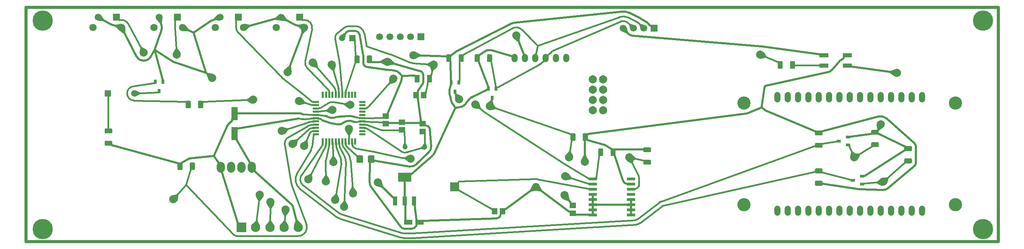
<source format=gbr>
%FSLAX44Y44*%
%OFA0.0000B0.0000*%
%SFA1B1*%
%MOMM*%
%AMFRECTNOHOLE10*
21,1,2.3000,2.3000,0.0000,0.0000,0*
%
%AMFRECTNOHOLE11*
21,1,1.7000,1.7000,0.0000,0.0000,0*
%
%AMFRECTNOHOLE12*
21,1,2.2000,2.2000,0.0000,0.0000,0*
%
%AMFRECTNOHOLE13*
21,1,1.6000,1.6000,0.0000,0.0000,0*
%
%AMFRECTNOHOLE14*
21,1,1.5000,1.5000,0.0000,0.0000,0*
%
%AMFRECTNOHOLE15*
21,1,1.6000,3.1500,0.0000,0.0000,0*
%
%AMFRECTNOHOLE16*
21,1,2.0000,1.2000,0.0000,0.0000,0*
%
%AMFRECTNOHOLE17*
21,1,1.3000,1.5000,0.0000,0.0000,0*
%
%AMFRECTNOHOLE18*
21,1,1.5000,1.3000,0.0000,0.0000,0*
%
%AMFRECTNOHOLE19*
21,1,2.2000,1.0000,0.0000,0.0000,0*
%
%AMFRECTNOHOLE20*
21,1,0.6500,1.0500,0.0000,0.0000,0*
%
%AMFRECTNOHOLE21*
21,1,1.0500,0.6500,0.0000,0.0000,0*
%
%AMFRECTNOHOLE22*
21,1,0.9500,2.1500,0.0000,0.0000,0*
%
%AMFRECTNOHOLE23*
21,1,3.2500,2.1500,0.0000,0.0000,0*
%
%AMFRECTNOHOLE24*
21,1,2.0000,0.6000,0.0000,0.0000,0*
%
%AMFRECTNOHOLE25*
21,1,1.4734,0.4826,0.0000,0.0000,0*
%
%AMFRECTNOHOLE26*
21,1,0.4826,1.4734,0.0000,0.0000,0*
%
%ADD10FRECTNOHOLE10*%
%ADD11FRECTNOHOLE11*%
%ADD12FRECTNOHOLE12*%
%ADD13FRECTNOHOLE13*%
%ADD14FRECTNOHOLE14*%
%ADD15FRECTNOHOLE15*%
%ADD16FRECTNOHOLE16*%
%ADD17FRECTNOHOLE17*%
%ADD18FRECTNOHOLE18*%
%ADD19FRECTNOHOLE19*%
%ADD20FRECTNOHOLE20*%
%ADD21FRECTNOHOLE21*%
%ADD22FRECTNOHOLE22*%
%ADD23FRECTNOHOLE23*%
%ADD24FRECTNOHOLE24*%
%ADD25FRECTNOHOLE25*%
%ADD26FRECTNOHOLE26*%
%ADD27C,0.7620X0.0000*%
%ADD28C,0.5000X0.0000*%
%ADD29C,0.4000X0.0000*%
%ADD30C,2.0000X0.0000*%
%ADD31C,0.0000X0.0000*%
%ADD32C,2.3000X0.0000*%
%ADD33C,1.7000X0.0000*%
%ADD34C,1.9000X0.0000*%
%ADD35C,1.6000X0.0000*%
%ADD36C,5.0000X0.0000*%
%ADD37C,1.5000X0.0000*%
%ADD38C,1.8000X0.0000*%
%ADD39C,3.2500X0.0000*%
%ADD40C,1.2192X0.0000*%
%LNÍèæíèé3*%
%LPD*%
G36*
X820516Y-20865D2*
X820516Y-7665D1*
X820434Y-7044D1*
X820194Y-6465D1*
X819813Y-5968D1*
X819316Y-5587D1*
X818737Y-5347D1*
X818116Y-5265D1*
X806916Y-5265D1*
X806295Y-5347D1*
X805716Y-5587D1*
X805219Y-5968D1*
X804838Y-6465D1*
X804598Y-7044D1*
X804516Y-7665D1*
X804516Y-20865D1*
X804598Y-21486D1*
X804838Y-22065D1*
X805219Y-22562D1*
X805716Y-22943D1*
X806295Y-23183D1*
X806916Y-23265D1*
X818116Y-23265D1*
X818737Y-23183D1*
X819316Y-22943D1*
X819813Y-22562D1*
X820194Y-22065D1*
X820434Y-21486D1*
X820516Y-20865D1*
G37*
%LNÍèæíèé4*%
%LPD*%
G36*
X792516Y-20865D2*
X792516Y-7665D1*
X792434Y-7044D1*
X792194Y-6465D1*
X791813Y-5968D1*
X791316Y-5587D1*
X790737Y-5347D1*
X790116Y-5265D1*
X778916Y-5265D1*
X778295Y-5347D1*
X777716Y-5587D1*
X777219Y-5968D1*
X776838Y-6465D1*
X776598Y-7044D1*
X776516Y-7665D1*
X776516Y-20865D1*
X776598Y-21486D1*
X776838Y-22065D1*
X777219Y-22562D1*
X777716Y-22943D1*
X778295Y-23183D1*
X778916Y-23265D1*
X790116Y-23265D1*
X790737Y-23183D1*
X791316Y-22943D1*
X791813Y-22562D1*
X792194Y-22065D1*
X792434Y-21486D1*
X792516Y-20865D1*
G37*
%LNÍèæíèé5*%
%LPD*%
G36*
X376716Y-22377D2*
X369416Y-22377D1*
X368769Y-22462D1*
X368166Y-22712D1*
X367648Y-23109D1*
X367251Y-23627D1*
X367001Y-24230D1*
X366916Y-24877D1*
X366916Y-38577D1*
X367001Y-39224D1*
X367251Y-39827D1*
X367648Y-40345D1*
X368166Y-40742D1*
X368769Y-40992D1*
X369416Y-41077D1*
X376716Y-41077D1*
X377363Y-40992D1*
X377966Y-40742D1*
X378484Y-40345D1*
X378881Y-39827D1*
X379131Y-39224D1*
X379216Y-38577D1*
X379216Y-24877D1*
X379131Y-24230D1*
X378881Y-23627D1*
X378484Y-23109D1*
X377966Y-22712D1*
X377363Y-22462D1*
X376716Y-22377D1*
G37*
%LNÍèæíèé6*%
%LPD*%
G36*
X339016Y-41077D2*
X346316Y-41077D1*
X346963Y-40992D1*
X347566Y-40742D1*
X348084Y-40345D1*
X348481Y-39827D1*
X348731Y-39224D1*
X348816Y-38577D1*
X348816Y-24877D1*
X348731Y-24230D1*
X348481Y-23627D1*
X348084Y-23109D1*
X347566Y-22712D1*
X346963Y-22462D1*
X346316Y-22377D1*
X339016Y-22377D1*
X338369Y-22462D1*
X337766Y-22712D1*
X337248Y-23109D1*
X336851Y-23627D1*
X336601Y-24230D1*
X336516Y-24877D1*
X336516Y-38577D1*
X336601Y-39224D1*
X336851Y-39827D1*
X337248Y-40345D1*
X337766Y-40742D1*
X338369Y-40992D1*
X339016Y-41077D1*
G37*
%LNÍèæíèé7*%
%LPD*%
G36*
X774229Y222448D2*
X781529Y222448D1*
X782176Y222533D1*
X782779Y222783D1*
X783297Y223180D1*
X783694Y223698D1*
X783944Y224301D1*
X784029Y224948D1*
X784029Y238648D1*
X783944Y239295D1*
X783694Y239898D1*
X783297Y240416D1*
X782779Y240813D1*
X782176Y241063D1*
X781529Y241148D1*
X774229Y241148D1*
X773582Y241063D1*
X772979Y240813D1*
X772461Y240416D1*
X772064Y239898D1*
X771814Y239295D1*
X771729Y238648D1*
X771729Y224948D1*
X771814Y224301D1*
X772064Y223698D1*
X772461Y223180D1*
X772979Y222783D1*
X773582Y222533D1*
X774229Y222448D1*
G37*
%LNÍèæíèé8*%
%LPD*%
G36*
X811929Y241148D2*
X804629Y241148D1*
X803982Y241063D1*
X803379Y240813D1*
X802861Y240416D1*
X802464Y239898D1*
X802214Y239295D1*
X802129Y238648D1*
X802129Y224948D1*
X802214Y224301D1*
X802464Y223698D1*
X802861Y223180D1*
X803379Y222783D1*
X803982Y222533D1*
X804629Y222448D1*
X811929Y222448D1*
X812576Y222533D1*
X813179Y222783D1*
X813697Y223180D1*
X814094Y223698D1*
X814344Y224301D1*
X814429Y224948D1*
X814429Y238648D1*
X814344Y239295D1*
X814094Y239898D1*
X813697Y240416D1*
X813179Y240813D1*
X812576Y241063D1*
X811929Y241148D1*
G37*
%LNÍèæíèé9*%
%LPD*%
G36*
X396823Y129669D2*
X389523Y129669D1*
X388876Y129584D1*
X388273Y129334D1*
X387755Y128937D1*
X387358Y128419D1*
X387108Y127816D1*
X387023Y127169D1*
X387023Y113469D1*
X387108Y112822D1*
X387358Y112219D1*
X387755Y111701D1*
X388273Y111304D1*
X388876Y111054D1*
X389523Y110969D1*
X396823Y110969D1*
X397470Y111054D1*
X398073Y111304D1*
X398591Y111701D1*
X398988Y112219D1*
X399238Y112822D1*
X399323Y113469D1*
X399323Y127169D1*
X399238Y127816D1*
X398988Y128419D1*
X398591Y128937D1*
X398073Y129334D1*
X397470Y129584D1*
X396823Y129669D1*
G37*
%LNÍèæíèé10*%
%LPD*%
G36*
X359123Y110969D2*
X366423Y110969D1*
X367070Y111054D1*
X367673Y111304D1*
X368191Y111701D1*
X368588Y112219D1*
X368838Y112822D1*
X368923Y113469D1*
X368923Y127169D1*
X368838Y127816D1*
X368588Y128419D1*
X368191Y128937D1*
X367673Y129334D1*
X367070Y129584D1*
X366423Y129669D1*
X359123Y129669D1*
X358476Y129584D1*
X357873Y129334D1*
X357355Y128937D1*
X356958Y128419D1*
X356708Y127816D1*
X356623Y127169D1*
X356623Y113469D1*
X356708Y112822D1*
X356958Y112219D1*
X357355Y111701D1*
X357873Y111304D1*
X358476Y111054D1*
X359123Y110969D1*
G37*
%LNÍèæíèé11*%
%LPD*%
G36*
X157341Y58759D2*
X157341Y51459D1*
X157426Y50812D1*
X157676Y50209D1*
X158073Y49691D1*
X158591Y49294D1*
X159194Y49044D1*
X159841Y48959D1*
X173541Y48959D1*
X174188Y49044D1*
X174791Y49294D1*
X175309Y49691D1*
X175706Y50209D1*
X175956Y50812D1*
X176041Y51459D1*
X176041Y58759D1*
X175956Y59406D1*
X175706Y60009D1*
X175309Y60527D1*
X174791Y60924D1*
X174188Y61174D1*
X173541Y61259D1*
X159841Y61259D1*
X159194Y61174D1*
X158591Y60924D1*
X158073Y60527D1*
X157676Y60009D1*
X157426Y59406D1*
X157341Y58759D1*
G37*
%LNÍèæíèé12*%
%LPD*%
G36*
X176041Y21059D2*
X176041Y28359D1*
X175956Y29006D1*
X175706Y29609D1*
X175309Y30127D1*
X174791Y30524D1*
X174188Y30774D1*
X173541Y30859D1*
X159841Y30859D1*
X159194Y30774D1*
X158591Y30524D1*
X158073Y30127D1*
X157676Y29609D1*
X157426Y29006D1*
X157341Y28359D1*
X157341Y21059D1*
X157426Y20412D1*
X157676Y19809D1*
X158073Y19291D1*
X158591Y18894D1*
X159194Y18644D1*
X159841Y18559D1*
X173541Y18559D1*
X174188Y18644D1*
X174791Y18894D1*
X175309Y19291D1*
X175706Y19809D1*
X175956Y20412D1*
X176041Y21059D1*
G37*
%LNÍèæíèé13*%
%LPD*%
G36*
X1481423Y12289D2*
X1481423Y4989D1*
X1481508Y4342D1*
X1481758Y3739D1*
X1482155Y3221D1*
X1482673Y2824D1*
X1483276Y2574D1*
X1483923Y2489D1*
X1497623Y2489D1*
X1498270Y2574D1*
X1498873Y2824D1*
X1499391Y3221D1*
X1499788Y3739D1*
X1500038Y4342D1*
X1500123Y4989D1*
X1500123Y12289D1*
X1500038Y12936D1*
X1499788Y13539D1*
X1499391Y14057D1*
X1498873Y14454D1*
X1498270Y14704D1*
X1497623Y14789D1*
X1483923Y14789D1*
X1483276Y14704D1*
X1482673Y14454D1*
X1482155Y14057D1*
X1481758Y13539D1*
X1481508Y12936D1*
X1481423Y12289D1*
G37*
%LNÍèæíèé14*%
%LPD*%
G36*
X1500123Y-25411D2*
X1500123Y-18111D1*
X1500038Y-17464D1*
X1499788Y-16861D1*
X1499391Y-16343D1*
X1498873Y-15946D1*
X1498270Y-15696D1*
X1497623Y-15611D1*
X1483923Y-15611D1*
X1483276Y-15696D1*
X1482673Y-15946D1*
X1482155Y-16343D1*
X1481758Y-16861D1*
X1481508Y-17464D1*
X1481423Y-18111D1*
X1481423Y-25411D1*
X1481508Y-26058D1*
X1481758Y-26661D1*
X1482155Y-27179D1*
X1482673Y-27576D1*
X1483276Y-27826D1*
X1483923Y-27911D1*
X1497623Y-27911D1*
X1498270Y-27826D1*
X1498873Y-27576D1*
X1499391Y-27179D1*
X1499788Y-26661D1*
X1500038Y-26058D1*
X1500123Y-25411D1*
G37*
%LNÍèæíèé15*%
%LPD*%
G36*
X1342592Y49451D2*
X1335292Y49451D1*
X1334645Y49366D1*
X1334042Y49116D1*
X1333524Y48719D1*
X1333127Y48201D1*
X1332877Y47598D1*
X1332792Y46951D1*
X1332792Y33251D1*
X1332877Y32604D1*
X1333127Y32001D1*
X1333524Y31483D1*
X1334042Y31086D1*
X1334645Y30836D1*
X1335292Y30751D1*
X1342592Y30751D1*
X1343239Y30836D1*
X1343842Y31086D1*
X1344360Y31483D1*
X1344757Y32001D1*
X1345007Y32604D1*
X1345092Y33251D1*
X1345092Y46951D1*
X1345007Y47598D1*
X1344757Y48201D1*
X1344360Y48719D1*
X1343842Y49116D1*
X1343239Y49366D1*
X1342592Y49451D1*
G37*
%LNÍèæíèé16*%
%LPD*%
G36*
X1304892Y30751D2*
X1312192Y30751D1*
X1312839Y30836D1*
X1313442Y31086D1*
X1313960Y31483D1*
X1314357Y32001D1*
X1314607Y32604D1*
X1314692Y33251D1*
X1314692Y46951D1*
X1314607Y47598D1*
X1314357Y48201D1*
X1313960Y48719D1*
X1313442Y49116D1*
X1312839Y49366D1*
X1312192Y49451D1*
X1304892Y49451D1*
X1304245Y49366D1*
X1303642Y49116D1*
X1303124Y48719D1*
X1302727Y48201D1*
X1302477Y47598D1*
X1302392Y46951D1*
X1302392Y33251D1*
X1302477Y32604D1*
X1302727Y32001D1*
X1303124Y31483D1*
X1303642Y31086D1*
X1304245Y30836D1*
X1304892Y30751D1*
G37*
%LNÍèæíèé17*%
%LPD*%
G36*
X1410706Y12000D2*
X1403406Y12000D1*
X1402759Y11915D1*
X1402156Y11665D1*
X1401638Y11268D1*
X1401241Y10750D1*
X1400991Y10147D1*
X1400906Y9500D1*
X1400906Y-4200D1*
X1400991Y-4847D1*
X1401241Y-5450D1*
X1401638Y-5968D1*
X1402156Y-6365D1*
X1402759Y-6615D1*
X1403406Y-6700D1*
X1410706Y-6700D1*
X1411353Y-6615D1*
X1411956Y-6365D1*
X1412474Y-5968D1*
X1412871Y-5450D1*
X1413121Y-4847D1*
X1413206Y-4200D1*
X1413206Y9500D1*
X1413121Y10147D1*
X1412871Y10750D1*
X1412474Y11268D1*
X1411956Y11665D1*
X1411353Y11915D1*
X1410706Y12000D1*
G37*
%LNÍèæíèé18*%
%LPD*%
G36*
X1373006Y-6700D2*
X1380306Y-6700D1*
X1380953Y-6615D1*
X1381556Y-6365D1*
X1382074Y-5968D1*
X1382471Y-5450D1*
X1382721Y-4847D1*
X1382806Y-4200D1*
X1382806Y9500D1*
X1382721Y10147D1*
X1382471Y10750D1*
X1382074Y11268D1*
X1381556Y11665D1*
X1380953Y11915D1*
X1380306Y12000D1*
X1373006Y12000D1*
X1372359Y11915D1*
X1371756Y11665D1*
X1371238Y11268D1*
X1370841Y10750D1*
X1370591Y10147D1*
X1370506Y9500D1*
X1370506Y-4200D1*
X1370591Y-4847D1*
X1370841Y-5450D1*
X1371238Y-5968D1*
X1371756Y-6365D1*
X1372359Y-6615D1*
X1373006Y-6700D1*
G37*
%LNÍèæíèé19*%
%LPD*%
G36*
X921720Y174760D2*
X929020Y174760D1*
X929667Y174845D1*
X930270Y175095D1*
X930788Y175492D1*
X931185Y176010D1*
X931435Y176613D1*
X931520Y177260D1*
X931520Y190960D1*
X931435Y191607D1*
X931185Y192210D1*
X930788Y192728D1*
X930270Y193125D1*
X929667Y193375D1*
X929020Y193460D1*
X921720Y193460D1*
X921073Y193375D1*
X920470Y193125D1*
X919952Y192728D1*
X919555Y192210D1*
X919305Y191607D1*
X919220Y190960D1*
X919220Y177260D1*
X919305Y176613D1*
X919555Y176010D1*
X919952Y175492D1*
X920470Y175095D1*
X921073Y174845D1*
X921720Y174760D1*
G37*
%LNÍèæíèé20*%
%LPD*%
G36*
X959420Y193460D2*
X952120Y193460D1*
X951473Y193375D1*
X950870Y193125D1*
X950352Y192728D1*
X949955Y192210D1*
X949705Y191607D1*
X949620Y190960D1*
X949620Y177260D1*
X949705Y176613D1*
X949955Y176010D1*
X950352Y175492D1*
X950870Y175095D1*
X951473Y174845D1*
X952120Y174760D1*
X959420Y174760D1*
X960067Y174845D1*
X960670Y175095D1*
X961188Y175492D1*
X961585Y176010D1*
X961835Y176613D1*
X961920Y177260D1*
X961920Y190960D1*
X961835Y191607D1*
X961585Y192210D1*
X961188Y192728D1*
X960670Y193125D1*
X960067Y193375D1*
X959420Y193460D1*
G37*
%LNÍèæíèé21*%
%LPD*%
G36*
X999608Y225243D2*
X1006908Y225243D1*
X1007555Y225328D1*
X1008158Y225578D1*
X1008676Y225975D1*
X1009073Y226493D1*
X1009323Y227096D1*
X1009408Y227743D1*
X1009408Y241443D1*
X1009323Y242090D1*
X1009073Y242693D1*
X1008676Y243211D1*
X1008158Y243608D1*
X1007555Y243858D1*
X1006908Y243943D1*
X999608Y243943D1*
X998961Y243858D1*
X998358Y243608D1*
X997840Y243211D1*
X997443Y242693D1*
X997193Y242090D1*
X997108Y241443D1*
X997108Y227743D1*
X997193Y227096D1*
X997443Y226493D1*
X997840Y225975D1*
X998358Y225578D1*
X998961Y225328D1*
X999608Y225243D1*
G37*
%LNÍèæíèé22*%
%LPD*%
G36*
X1037308Y243943D2*
X1030008Y243943D1*
X1029361Y243858D1*
X1028758Y243608D1*
X1028240Y243211D1*
X1027843Y242693D1*
X1027593Y242090D1*
X1027508Y241443D1*
X1027508Y227743D1*
X1027593Y227096D1*
X1027843Y226493D1*
X1028240Y225975D1*
X1028758Y225578D1*
X1029361Y225328D1*
X1030008Y225243D1*
X1037308Y225243D1*
X1037955Y225328D1*
X1038558Y225578D1*
X1039076Y225975D1*
X1039473Y226493D1*
X1039723Y227096D1*
X1039808Y227743D1*
X1039808Y241443D1*
X1039723Y242090D1*
X1039473Y242693D1*
X1039076Y243211D1*
X1038558Y243608D1*
X1037955Y243858D1*
X1037308Y243943D1*
G37*
%LNÍèæíèé23*%
%LPD*%
G36*
X1069458Y225243D2*
X1076758Y225243D1*
X1077405Y225328D1*
X1078008Y225578D1*
X1078526Y225975D1*
X1078923Y226493D1*
X1079173Y227096D1*
X1079258Y227743D1*
X1079258Y241443D1*
X1079173Y242090D1*
X1078923Y242693D1*
X1078526Y243211D1*
X1078008Y243608D1*
X1077405Y243858D1*
X1076758Y243943D1*
X1069458Y243943D1*
X1068811Y243858D1*
X1068208Y243608D1*
X1067690Y243211D1*
X1067293Y242693D1*
X1067043Y242090D1*
X1066958Y241443D1*
X1066958Y227743D1*
X1067043Y227096D1*
X1067293Y226493D1*
X1067690Y225975D1*
X1068208Y225578D1*
X1068811Y225328D1*
X1069458Y225243D1*
G37*
%LNÍèæíèé24*%
%LPD*%
G36*
X1107158Y243943D2*
X1099858Y243943D1*
X1099211Y243858D1*
X1098608Y243608D1*
X1098090Y243211D1*
X1097693Y242693D1*
X1097443Y242090D1*
X1097358Y241443D1*
X1097358Y227743D1*
X1097443Y227096D1*
X1097693Y226493D1*
X1098090Y225975D1*
X1098608Y225578D1*
X1099211Y225328D1*
X1099858Y225243D1*
X1107158Y225243D1*
X1107805Y225328D1*
X1108408Y225578D1*
X1108926Y225975D1*
X1109323Y226493D1*
X1109573Y227096D1*
X1109658Y227743D1*
X1109658Y241443D1*
X1109573Y242090D1*
X1109323Y242693D1*
X1108926Y243211D1*
X1108408Y243608D1*
X1107805Y243858D1*
X1107158Y243943D1*
G37*
%LNÍèæíèé25*%
%LPD*%
G36*
X2060404Y17685D2*
X2060404Y24985D1*
X2060319Y25632D1*
X2060069Y26235D1*
X2059672Y26753D1*
X2059154Y27150D1*
X2058551Y27400D1*
X2057904Y27485D1*
X2044204Y27485D1*
X2043557Y27400D1*
X2042954Y27150D1*
X2042436Y26753D1*
X2042039Y26235D1*
X2041789Y25632D1*
X2041704Y24985D1*
X2041704Y17685D1*
X2041789Y17038D1*
X2042039Y16435D1*
X2042436Y15917D1*
X2042954Y15520D1*
X2043557Y15270D1*
X2044204Y15185D1*
X2057904Y15185D1*
X2058551Y15270D1*
X2059154Y15520D1*
X2059672Y15917D1*
X2060069Y16435D1*
X2060319Y17038D1*
X2060404Y17685D1*
G37*
%LNÍèæíèé26*%
%LPD*%
G36*
X2041704Y55385D2*
X2041704Y48085D1*
X2041789Y47438D1*
X2042039Y46835D1*
X2042436Y46317D1*
X2042954Y45920D1*
X2043557Y45670D1*
X2044204Y45585D1*
X2057904Y45585D1*
X2058551Y45670D1*
X2059154Y45920D1*
X2059672Y46317D1*
X2060069Y46835D1*
X2060319Y47438D1*
X2060404Y48085D1*
X2060404Y55385D1*
X2060319Y56032D1*
X2060069Y56635D1*
X2059672Y57153D1*
X2059154Y57550D1*
X2058551Y57800D1*
X2057904Y57885D1*
X2044204Y57885D1*
X2043557Y57800D1*
X2042954Y57550D1*
X2042436Y57153D1*
X2042039Y56635D1*
X2041789Y56032D1*
X2041704Y55385D1*
G37*
%LNÍèæíèé27*%
%LPD*%
G36*
X1903591Y53798D2*
X1903591Y46498D1*
X1903676Y45851D1*
X1903926Y45248D1*
X1904323Y44730D1*
X1904841Y44333D1*
X1905444Y44083D1*
X1906091Y43998D1*
X1919791Y43998D1*
X1920438Y44083D1*
X1921041Y44333D1*
X1921559Y44730D1*
X1921956Y45248D1*
X1922206Y45851D1*
X1922291Y46498D1*
X1922291Y53798D1*
X1922206Y54445D1*
X1921956Y55048D1*
X1921559Y55566D1*
X1921041Y55963D1*
X1920438Y56213D1*
X1919791Y56298D1*
X1906091Y56298D1*
X1905444Y56213D1*
X1904841Y55963D1*
X1904323Y55566D1*
X1903926Y55048D1*
X1903676Y54445D1*
X1903591Y53798D1*
G37*
%LNÍèæíèé28*%
%LPD*%
G36*
X1922291Y16098D2*
X1922291Y23398D1*
X1922206Y24045D1*
X1921956Y24648D1*
X1921559Y25166D1*
X1921041Y25563D1*
X1920438Y25813D1*
X1919791Y25898D1*
X1906091Y25898D1*
X1905444Y25813D1*
X1904841Y25563D1*
X1904323Y25166D1*
X1903926Y24648D1*
X1903676Y24045D1*
X1903591Y23398D1*
X1903591Y16098D1*
X1903676Y15451D1*
X1903926Y14848D1*
X1904323Y14330D1*
X1904841Y13933D1*
X1905444Y13683D1*
X1906091Y13598D1*
X1919791Y13598D1*
X1920438Y13683D1*
X1921041Y13933D1*
X1921559Y14330D1*
X1921956Y14848D1*
X1922206Y15451D1*
X1922291Y16098D1*
G37*
%LNÍèæíèé29*%
%LPD*%
G36*
X2141733Y-22333D2*
X2141733Y-15033D1*
X2141648Y-14386D1*
X2141398Y-13783D1*
X2141001Y-13265D1*
X2140483Y-12868D1*
X2139880Y-12618D1*
X2139233Y-12533D1*
X2125533Y-12533D1*
X2124886Y-12618D1*
X2124283Y-12868D1*
X2123765Y-13265D1*
X2123368Y-13783D1*
X2123118Y-14386D1*
X2123033Y-15033D1*
X2123033Y-22333D1*
X2123118Y-22980D1*
X2123368Y-23583D1*
X2123765Y-24101D1*
X2124283Y-24498D1*
X2124886Y-24748D1*
X2125533Y-24833D1*
X2139233Y-24833D1*
X2139880Y-24748D1*
X2140483Y-24498D1*
X2141001Y-24101D1*
X2141398Y-23583D1*
X2141648Y-22980D1*
X2141733Y-22333D1*
G37*
%LNÍèæíèé30*%
%LPD*%
G36*
X2123033Y15367D2*
X2123033Y8067D1*
X2123118Y7420D1*
X2123368Y6817D1*
X2123765Y6299D1*
X2124283Y5902D1*
X2124886Y5652D1*
X2125533Y5567D1*
X2139233Y5567D1*
X2139880Y5652D1*
X2140483Y5902D1*
X2141001Y6299D1*
X2141398Y6817D1*
X2141648Y7420D1*
X2141733Y8067D1*
X2141733Y15367D1*
X2141648Y16014D1*
X2141398Y16617D1*
X2141001Y17135D1*
X2140483Y17532D1*
X2139880Y17782D1*
X2139233Y17867D1*
X2125533Y17867D1*
X2124886Y17782D1*
X2124283Y17532D1*
X2123765Y17135D1*
X2123368Y16617D1*
X2123118Y16014D1*
X2123033Y15367D1*
G37*
%LNÍèæíèé31*%
%LPD*%
G36*
X1922291Y-77565D2*
X1922291Y-70265D1*
X1922206Y-69618D1*
X1921956Y-69015D1*
X1921559Y-68497D1*
X1921041Y-68100D1*
X1920438Y-67850D1*
X1919791Y-67765D1*
X1906091Y-67765D1*
X1905444Y-67850D1*
X1904841Y-68100D1*
X1904323Y-68497D1*
X1903926Y-69015D1*
X1903676Y-69618D1*
X1903591Y-70265D1*
X1903591Y-77565D1*
X1903676Y-78212D1*
X1903926Y-78815D1*
X1904323Y-79333D1*
X1904841Y-79730D1*
X1905444Y-79980D1*
X1906091Y-80065D1*
X1919791Y-80065D1*
X1920438Y-79980D1*
X1921041Y-79730D1*
X1921559Y-79333D1*
X1921956Y-78815D1*
X1922206Y-78212D1*
X1922291Y-77565D1*
G37*
%LNÍèæíèé32*%
%LPD*%
G36*
X1903591Y-39865D2*
X1903591Y-47165D1*
X1903676Y-47812D1*
X1903926Y-48415D1*
X1904323Y-48933D1*
X1904841Y-49330D1*
X1905444Y-49580D1*
X1906091Y-49665D1*
X1919791Y-49665D1*
X1920438Y-49580D1*
X1921041Y-49330D1*
X1921559Y-48933D1*
X1921956Y-48415D1*
X1922206Y-47812D1*
X1922291Y-47165D1*
X1922291Y-39865D1*
X1922206Y-39218D1*
X1921956Y-38615D1*
X1921559Y-38097D1*
X1921041Y-37700D1*
X1920438Y-37450D1*
X1919791Y-37365D1*
X1906091Y-37365D1*
X1905444Y-37450D1*
X1904841Y-37700D1*
X1904323Y-38097D1*
X1903926Y-38615D1*
X1903676Y-39218D1*
X1903591Y-39865D1*
G37*
%LNÍèæíèé33*%
%LPD*%
G36*
X1851835Y227122D2*
X1844535Y227122D1*
X1843888Y227037D1*
X1843285Y226787D1*
X1842767Y226390D1*
X1842370Y225872D1*
X1842120Y225269D1*
X1842035Y224622D1*
X1842035Y210922D1*
X1842120Y210275D1*
X1842370Y209672D1*
X1842767Y209154D1*
X1843285Y208757D1*
X1843888Y208507D1*
X1844535Y208422D1*
X1851835Y208422D1*
X1852482Y208507D1*
X1853085Y208757D1*
X1853603Y209154D1*
X1854000Y209672D1*
X1854250Y210275D1*
X1854335Y210922D1*
X1854335Y224622D1*
X1854250Y225269D1*
X1854000Y225872D1*
X1853603Y226390D1*
X1853085Y226787D1*
X1852482Y227037D1*
X1851835Y227122D1*
G37*
%LNÍèæíèé34*%
%LPD*%
G36*
X1814135Y208422D2*
X1821435Y208422D1*
X1822082Y208507D1*
X1822685Y208757D1*
X1823203Y209154D1*
X1823600Y209672D1*
X1823850Y210275D1*
X1823935Y210922D1*
X1823935Y224622D1*
X1823850Y225269D1*
X1823600Y225872D1*
X1823203Y226390D1*
X1822685Y226787D1*
X1822082Y227037D1*
X1821435Y227122D1*
X1814135Y227122D1*
X1813488Y227037D1*
X1812885Y226787D1*
X1812367Y226390D1*
X1811970Y225872D1*
X1811720Y225269D1*
X1811635Y224622D1*
X1811635Y210922D1*
X1811720Y210275D1*
X1811970Y209672D1*
X1812367Y209154D1*
X1812885Y208757D1*
X1813488Y208507D1*
X1814135Y208422D1*
G37*
%LNÍèæíèé*%
%LPD*%
G54D10*
X493569Y-182887D3*
G54D11*
X636393Y335196D3*
X486393Y335196D3*
X336393Y335196D3*
X186393Y335196D3*
X1508129Y307998D3*
X935041Y287272D3*
G54D12*
X1017591Y-82527D3*
G54D13*
X165104Y147660D3*
G54D14*
X766318Y284036D3*
G54D15*
X476440Y48279D3*
X476440Y97279D3*
G54D16*
X931579Y-169840D3*
X903579Y-169840D3*
G54D17*
X941748Y143158D3*
X922748Y143158D3*
X1116041Y-142877D3*
X1135041Y-142877D3*
G54D18*
X848600Y72826D3*
X848600Y91826D3*
X888456Y57652D3*
X888456Y76652D3*
X939372Y53763D3*
X939372Y72763D3*
X1307923Y-147849D3*
X1307923Y-128849D3*
G54D19*
X1982766Y215923D3*
X1982766Y241323D3*
X1925666Y241323D3*
X1925666Y215923D3*
G54D20*
X1110109Y136354D3*
X1119609Y159354D3*
X1100609Y159354D3*
X1018508Y152043D3*
X1028008Y175043D3*
X1009008Y175043D3*
X291100Y153518D3*
X300600Y176518D3*
X281600Y176518D3*
G54D21*
X1996637Y-66294D3*
X2019637Y-75794D3*
X2019637Y-56794D3*
X1961767Y30185D3*
X1984767Y20685D3*
X1984767Y39685D3*
G54D22*
X871579Y-117452D3*
X894579Y-117452D3*
X917579Y-117452D3*
G54D23*
X894579Y-59452D3*
G54D24*
X1357508Y-63184D3*
X1357508Y-75884D3*
X1357508Y-88584D3*
X1357508Y-101284D3*
X1357508Y-113984D3*
X1357508Y-126684D3*
X1357508Y-139384D3*
X1357508Y-152084D3*
X1451508Y-152084D3*
X1451508Y-139384D3*
X1451508Y-126684D3*
X1451508Y-113984D3*
X1451508Y-101284D3*
X1451508Y-88584D3*
X1451508Y-75884D3*
X1451508Y-63184D3*
G54D25*
X790939Y94449D3*
X790939Y102579D3*
X790939Y110453D3*
X676133Y78703D3*
X676133Y70573D3*
X676133Y62699D3*
X676133Y54573D3*
X676133Y46699D3*
X790939Y54573D3*
X790939Y78703D3*
X676133Y86576D3*
X790939Y46699D3*
X676133Y126453D3*
X676133Y118579D3*
X676133Y110453D3*
X676133Y102579D3*
X790939Y70573D3*
X790939Y62699D3*
X790939Y118579D3*
X790939Y126453D3*
X790939Y86576D3*
X676133Y94449D3*
G54D26*
X717533Y29173D3*
X725663Y29173D3*
X733536Y29173D3*
X741409Y29173D3*
X693659Y29173D3*
X701533Y29173D3*
X709659Y29173D3*
X749539Y29173D3*
X757413Y29173D3*
X765539Y29173D3*
X773413Y29173D3*
X701533Y143979D3*
X693659Y143979D3*
X733536Y143979D3*
X725663Y143979D3*
X717533Y143979D3*
X709659Y143979D3*
X773413Y143979D3*
X765539Y143979D3*
X757413Y143979D3*
X749539Y143979D3*
X741409Y143979D3*
G54D27*
X2353543Y-217554D2*
X2353543Y-217554D1*
X2353543Y359746D2*
X2353543Y-217554D1*
X-36107Y359746D2*
X2353543Y359746D1*
X-36107Y-217554D2*
X-36107Y359746D1*
X2353543Y-217554D2*
X-36107Y-217554D1*
G54D28*
X1991266Y213423D2*
X1982766Y215923D1*
X1993766Y213423D2*
X1991266Y213423D1*
G75*
G01X1994111Y213399D2*
G03X1993766Y213423I-345J-2476D1*
G74*
X2104887Y197977D2*
X1994111Y213399D1*
X932390Y202997D2*
X852467Y225617D1*
G75*
G01X933497Y202613D2*
G03X932390Y202997I-3830J-9238D1*
G74*
X934100Y202363D2*
X933497Y202613D1*
G75*
G01X936363Y201055D2*
G03X934100Y202363I-6093J-7930D1*
G74*
X936622Y200856D2*
X936363Y201055D1*
G75*
G01X940492Y193786D2*
G03X936622Y200856I-9963J-860D1*
G74*
X940534Y193293D2*
X940492Y193786D1*
G75*
G01X940570Y192469D2*
G03X940534Y193293I-9584J0D1*
G74*
X940570Y190960D2*
X940570Y192469D1*
X940570Y190946D2*
X940570Y190960D1*
X940567Y188974D2*
X940570Y190946D1*
X940567Y188898D2*
X940567Y188974D1*
X940570Y188522D2*
X940567Y188898D1*
X940570Y188460D2*
X940570Y188522D1*
X940570Y179760D2*
X940570Y188460D1*
X940570Y179698D2*
X940570Y179760D1*
X940567Y179322D2*
X940570Y179698D1*
X940567Y179246D2*
X940567Y179322D1*
X940570Y177274D2*
X940567Y179246D1*
X940570Y177260D2*
X940570Y177274D1*
X940570Y175751D2*
X940570Y177260D1*
G75*
G01X940535Y174928D2*
G03X940570Y175751I-9549J823D1*
G74*
X940492Y174435D2*
X940535Y174928D1*
G75*
G01X938549Y169320D2*
G03X940492Y174435I-8020J5973D1*
G74*
X928431Y155735D2*
X938549Y169320D1*
G75*
G01X928431Y155735D2*
G03X926748Y150658I6817J-5077D1*
G74*
X926748Y148158D2*
X926748Y150658D1*
X922748Y143158D2*
X926748Y148158D1*
X1443855Y295322D2*
X1431929Y307998D1*
G75*
G01X1443855Y295322D2*
G03X1455802Y289561I13474J12676D1*
G74*
X1770701Y263485D2*
X1455802Y289561D1*
G75*
G01X1771763Y263368D2*
G03X1770701Y263485I-2713J-19815D1*
G74*
X1914327Y243846D2*
X1771763Y263368D1*
G75*
G01X1914327Y243846D2*
G03X1914666Y243823I339J2477D1*
G74*
X1917166Y243823D2*
X1914666Y243823D1*
X1925666Y241323D2*
X1917166Y243823D1*
X1365008Y-126684D2*
X1357508Y-126684D1*
X1367508Y-126684D2*
X1365008Y-126684D1*
X1441508Y-126684D2*
X1367508Y-126684D1*
X1444008Y-126684D2*
X1441508Y-126684D1*
X1451508Y-126684D2*
X1444008Y-126684D1*
X939079Y-166340D2*
X931579Y-169840D1*
X941579Y-166340D2*
X939079Y-166340D1*
X941662Y-166339D2*
X941579Y-166340D1*
X1120874Y-160371D2*
X941662Y-166339D1*
G75*
G01X1120874Y-160371D2*
G03X1128041Y-156991I-333J9994D1*
G74*
X1128916Y-155999D2*
X1128041Y-156991D1*
G75*
G01X1128916Y-155999D2*
G03X1131041Y-150377I-6375J5622D1*
G74*
X1131041Y-147877D2*
X1131041Y-150377D1*
X1135041Y-142877D2*
X1131041Y-147877D1*
X625109Y317091D2*
X648893Y310196D1*
G75*
G01X623108Y317915D2*
G03X625109Y317091I4785J8781D1*
G74*
X591393Y335196D2*
X623108Y317915D1*
X924079Y-173340D2*
X931579Y-169840D1*
X924079Y-175840D2*
X924079Y-173340D1*
G75*
G01X923860Y-176863D2*
G03X924079Y-175840I-2281J1023D1*
G74*
X922522Y-179849D2*
X923860Y-176863D1*
G75*
G01X913461Y-185639D2*
G03X922522Y-179849I118J9799D1*
G74*
X912712Y-185630D2*
X913461Y-185639D1*
G75*
G01X912712Y-185630D2*
G03X911946Y-185630I-383J-31924D1*
G74*
X911197Y-185639D2*
X911946Y-185630D1*
G75*
G01X911079Y-185640D2*
G03X911197Y-185639I0J9800D1*
G74*
X896079Y-185640D2*
X911079Y-185640D1*
G75*
G01X895961Y-185639D2*
G03X896079Y-185640I118J9799D1*
G74*
X895212Y-185630D2*
X895961Y-185639D1*
G75*
G01X895212Y-185630D2*
G03X894446Y-185630I-383J-31924D1*
G74*
X893697Y-185639D2*
X894446Y-185630D1*
G75*
G01X885711Y-181683D2*
G03X893697Y-185639I7868J5843D1*
G74*
X812601Y-83243D2*
X885711Y-181683D1*
G75*
G01X808660Y-71001D2*
G03X812601Y-83243I19997J-317D1*
G74*
X809417Y-23305D2*
X808660Y-71001D1*
X809417Y-23265D2*
X809417Y-23305D1*
X809417Y-20765D2*
X809417Y-23265D1*
X812516Y-14265D2*
X809417Y-20765D1*
X774325Y76991D2*
X774410Y76994D1*
G75*
G01X770825Y77369D2*
G03X774325Y76991I3078J12115D1*
G74*
X762520Y79479D2*
X770825Y77369D1*
G75*
G01X762520Y79479D2*
G03X747635Y77439I-4925J-19384D1*
G74*
X737335Y71524D2*
X747635Y77439D1*
G75*
G01X736088Y71191D2*
G03X737335Y71524I0J2505D1*
G74*
X730322Y71191D2*
X736088Y71191D1*
G75*
G01X729820Y71242D2*
G03X730322Y71191I502J2454D1*
G74*
X710715Y75151D2*
X729820Y71242D1*
G75*
G01X706719Y76238D2*
G03X710715Y75151I10511J30753D1*
G74*
X694164Y80529D2*
X706719Y76238D1*
G75*
G01X693494Y80779D2*
G03X694164Y80529I4713J11578D1*
G74*
X693494Y80780D2*
X693494Y80779D1*
X607411Y199774D2*
X648893Y310196D1*
X299763Y182422D2*
X280075Y255042D1*
G75*
G01X299850Y181768D2*
G03X299763Y182422I-2500J0D1*
G74*
X299850Y179268D2*
X299850Y181768D1*
X300600Y176518D2*
X299850Y179268D1*
X818016Y-18365D2*
X812516Y-14265D1*
X820516Y-18365D2*
X818016Y-18365D1*
G75*
G01X820928Y-18399D2*
G03X820516Y-18365I-412J-2466D1*
G74*
X906442Y-32705D2*
X820928Y-18399D1*
G75*
G01X906442Y-32705D2*
G03X923808Y-27197I3300J19726D1*
G74*
X955150Y3810D2*
X923808Y-27197D1*
G75*
G01X955150Y3810D2*
G03X959885Y16399I-11320J11443D1*
G74*
X956847Y58975D2*
X959885Y16399D1*
G75*
G01X956847Y58975D2*
G03X953486Y65763I-9975J-712D1*
G74*
X952494Y66638D2*
X953486Y65763D1*
G75*
G01X952494Y66638D2*
G03X946872Y68763I-5622J-6375D1*
G74*
X944372Y68763D2*
X946872Y68763D1*
X939372Y72763D2*
X944372Y68763D1*
X498893Y310196D2*
X591393Y335196D1*
X175109Y317091D2*
X198893Y310196D1*
G75*
G01X173108Y317915D2*
G03X175109Y317091I4785J8781D1*
G74*
X141393Y335196D2*
X173108Y317915D1*
X481940Y35029D2*
X476440Y48279D1*
X481940Y32529D2*
X481940Y35029D1*
G75*
G01X481940Y32529D2*
G03X482291Y31252I2500J0D1*
G74*
X519275Y-30984D2*
X482291Y31252D1*
X519275Y-34484D2*
X519275Y-30984D1*
X406420Y198762D2*
X376078Y297131D1*
X418177Y325885D2*
X376078Y297131D1*
G75*
G01X422205Y327980D2*
G03X418177Y325885I6688J-17784D1*
G74*
X441393Y335196D2*
X422205Y327980D1*
X235656Y239125D2*
X198893Y310196D1*
G75*
G01X235656Y239125D2*
G03X270886Y238570I17764J9189D1*
G74*
X280075Y255042D2*
X270886Y238570D1*
X814438Y224622D2*
X852467Y225617D1*
X814409Y224623D2*
X814438Y224622D1*
X814386Y224624D2*
X814409Y224623D1*
X808279Y231798D2*
X814386Y224624D1*
X1357508Y-151584D2*
X1357508Y-152084D1*
X1357508Y-149084D2*
X1357508Y-151584D1*
X1357508Y-142384D2*
X1357508Y-149084D1*
X1357508Y-139884D2*
X1357508Y-142384D1*
X1357508Y-139384D2*
X1357508Y-139884D1*
X934372Y76763D2*
X939372Y72763D1*
X934372Y79263D2*
X934372Y76763D1*
G75*
G01X934372Y79263D2*
G03X934349Y79602I-2500J0D1*
G74*
X926827Y134504D2*
X934349Y79602D1*
G75*
G01X926748Y135658D2*
G03X926827Y134504I8500J0D1*
G74*
X926748Y138158D2*
X926748Y135658D1*
X922748Y143158D2*
X926748Y138158D1*
X919829Y-125702D2*
X917579Y-117452D1*
X919829Y-128202D2*
X919829Y-125702D1*
G75*
G01X919829Y-128202D2*
G03X919847Y-128501I2500J0D1*
G74*
X924061Y-163541D2*
X919847Y-128501D1*
G75*
G01X924079Y-163840D2*
G03X924061Y-163541I-2500J0D1*
G74*
X924079Y-166340D2*
X924079Y-163840D1*
X931579Y-169840D2*
X924079Y-166340D1*
X1143023Y-137391D2*
X1217591Y-82527D1*
G75*
G01X1141541Y-137877D2*
G03X1143023Y-137391I0J2500D1*
G74*
X1139041Y-137877D2*
X1141541Y-137877D1*
X1135041Y-142877D2*
X1139041Y-137877D1*
X1357508Y-138884D2*
X1357508Y-139384D1*
X1357508Y-136384D2*
X1357508Y-138884D1*
X1357508Y-129684D2*
X1357508Y-136384D1*
X1357508Y-127184D2*
X1357508Y-129684D1*
X1357508Y-126684D2*
X1357508Y-127184D1*
X883456Y74739D2*
X888456Y76652D1*
X880956Y74739D2*
X883456Y74739D1*
X856100Y74739D2*
X880956Y74739D1*
X853600Y74739D2*
X856100Y74739D1*
X848600Y72826D2*
X853600Y74739D1*
X1357508Y-126184D2*
X1357508Y-126684D1*
X1357508Y-123684D2*
X1357508Y-126184D1*
X1357508Y-116984D2*
X1357508Y-123684D1*
X1357508Y-114484D2*
X1357508Y-116984D1*
X1357508Y-113984D2*
X1357508Y-114484D1*
X1451508Y-151584D2*
X1451508Y-152084D1*
X1451508Y-149084D2*
X1451508Y-151584D1*
X1451508Y-142384D2*
X1451508Y-149084D1*
X1451508Y-139884D2*
X1451508Y-142384D1*
X1451508Y-139384D2*
X1451508Y-139884D1*
X484842Y61562D2*
X635054Y86034D1*
G75*
G01X484440Y61529D2*
G03X484842Y61562I0J2500D1*
G74*
X481940Y61529D2*
X484440Y61529D1*
X476440Y48279D2*
X481940Y61529D1*
X328195Y224616D2*
X406420Y198762D1*
G75*
G01X323590Y226825D2*
G03X328195Y224616I10881J16781D1*
G74*
X280075Y255042D2*
X323590Y226825D1*
X1357508Y-113484D2*
X1357508Y-113984D1*
X1357508Y-110984D2*
X1357508Y-113484D1*
X1357508Y-104284D2*
X1357508Y-110984D1*
X1357508Y-101784D2*
X1357508Y-104284D1*
X1357508Y-101284D2*
X1357508Y-101784D1*
X1190629Y237473D2*
X1168891Y290880D1*
X1190629Y234973D2*
X1190629Y237473D1*
X406420Y198762D2*
X421500Y185621D1*
X1312923Y-151584D2*
X1307923Y-147849D1*
X1315423Y-151584D2*
X1312923Y-151584D1*
X1347508Y-151584D2*
X1315423Y-151584D1*
X1350008Y-151584D2*
X1347508Y-151584D1*
X1357508Y-152084D2*
X1350008Y-151584D1*
X348893Y310196D2*
X376078Y297131D1*
X934372Y74707D2*
X939372Y72763D1*
X931872Y74707D2*
X934372Y74707D1*
X895956Y74707D2*
X931872Y74707D1*
X893456Y74707D2*
X895956Y74707D1*
X888456Y76652D2*
X893456Y74707D1*
X1451508Y-126184D2*
X1451508Y-126684D1*
X1451508Y-123684D2*
X1451508Y-126184D1*
X1451508Y-116984D2*
X1451508Y-123684D1*
X1451508Y-114484D2*
X1451508Y-116984D1*
X1451508Y-113984D2*
X1451508Y-114484D1*
X519275Y-37984D2*
X519275Y-34484D1*
X615046Y-124052D2*
X519275Y-37984D1*
G75*
G01X621053Y-133970D2*
G03X615046Y-124052I-19376J-4958D1*
G74*
X633569Y-182887D2*
X621053Y-133970D1*
X297133Y315516D2*
X291393Y335196D1*
G75*
G01X296867Y304036D2*
G03X297133Y315516I-17974J6160D1*
G74*
X280075Y255042D2*
X296867Y304036D1*
X1451508Y-138884D2*
X1451508Y-139384D1*
X1451508Y-136384D2*
X1451508Y-138884D1*
X1451508Y-129684D2*
X1451508Y-136384D1*
X1451508Y-127184D2*
X1451508Y-129684D1*
X1451508Y-126684D2*
X1451508Y-127184D1*
X1298926Y-143351D2*
X1217591Y-82527D1*
G75*
G01X1298926Y-143351D2*
G03X1300423Y-143849I1497J2002D1*
G74*
X1302923Y-143849D2*
X1300423Y-143849D1*
X1307923Y-147849D2*
X1302923Y-143849D1*
X1987517Y40435D2*
X1984767Y39685D1*
X1990017Y40435D2*
X1987517Y40435D1*
G75*
G01X1990017Y40435D2*
G03X1990369Y40460I0J2500D1*
G74*
X2041746Y47761D2*
X1990369Y40460D1*
X2051054Y51735D2*
X2041746Y47761D1*
X2058852Y57675D2*
X2051054Y51735D1*
X2065001Y71363D2*
X2058852Y57675D1*
X2060361Y47761D2*
X2051054Y51735D1*
X2060382Y47757D2*
X2060361Y47761D1*
X2060459Y47731D2*
X2060382Y47757D1*
X2123847Y17464D2*
X2060459Y47731D1*
X2123931Y17417D2*
X2123847Y17464D1*
X2123947Y17405D2*
X2123931Y17417D1*
G75*
G01X2124022Y17335D2*
G03X2123947Y17405I-257J-200D1*
G74*
X2124024Y17333D2*
X2124022Y17335D1*
X2132383Y11717D2*
X2124024Y17333D1*
X2022387Y-56044D2*
X2019637Y-56794D1*
X2024887Y-56044D2*
X2022387Y-56044D1*
G75*
G01X2024887Y-56044D2*
G03X2026245Y-55643I0J2500D1*
G74*
X2123191Y7090D2*
X2026245Y-55643D1*
X2123221Y7107D2*
X2123191Y7090D1*
X2123243Y7118D2*
X2123221Y7107D1*
X2132383Y11717D2*
X2123243Y7118D1*
X908329Y-51202D2*
X894579Y-59452D1*
X910829Y-51202D2*
X908329Y-51202D1*
G75*
G01X910829Y-51202D2*
G03X912484Y-50576I0J2500D1*
G74*
X929596Y-35469D2*
X912484Y-50576D1*
X929601Y-35465D2*
X929596Y-35469D1*
X962759Y-6181D2*
X929601Y-35465D1*
G75*
G01X962759Y-6181D2*
G03X969888Y3474I-18929J21434D1*
G74*
X1019121Y112393D2*
X969888Y3474D1*
X1008258Y177793D2*
X1009008Y175043D1*
X1008258Y180293D2*
X1008258Y177793D1*
X1008257Y180350D2*
X1008258Y180293D1*
X1007233Y225250D2*
X1008257Y180350D1*
X1007232Y225263D2*
X1007233Y225250D1*
X1007231Y225285D2*
X1007232Y225263D1*
X1003258Y234593D2*
X1007231Y225285D1*
X1077081Y225285D2*
X1073108Y234593D1*
X1077086Y225262D2*
X1077081Y225285D1*
X1077100Y225213D2*
X1077086Y225262D1*
X1099697Y165489D2*
X1077100Y225213D1*
G75*
G01X1099859Y164604D2*
G03X1099697Y165489I-2500J0D1*
G74*
X1099859Y162104D2*
X1099859Y164604D1*
X1100609Y159354D2*
X1099859Y162104D1*
X1079048Y242391D2*
X1073108Y234593D1*
X1079069Y242402D2*
X1079048Y242391D1*
X1079107Y242424D2*
X1079069Y242402D1*
X1092978Y251873D2*
X1079107Y242424D1*
G75*
G01X1094773Y252843D2*
G03X1092978Y251873I3835J-9235D1*
G74*
X1095074Y252968D2*
X1094773Y252843D1*
X1095085Y252973D2*
X1095074Y252968D1*
X1095387Y253098D2*
X1095085Y252973D1*
G75*
G01X1097908Y253773D2*
G03X1095387Y253098I1303J-9915D1*
G74*
X1098555Y253858D2*
X1097908Y253773D1*
G75*
G01X1099858Y253943D2*
G03X1098555Y253858I0J-10000D1*
G74*
X1107158Y253943D2*
X1099858Y253943D1*
G75*
G01X1108461Y253858D2*
G03X1107158Y253943I-1303J-9915D1*
G74*
X1109108Y253773D2*
X1108461Y253858D1*
G75*
G01X1110614Y253455D2*
G03X1109108Y253773I-2809J-9597D1*
G74*
X1165229Y237473D2*
X1110614Y253455D1*
X1165229Y234973D2*
X1165229Y237473D1*
X999608Y238943D2*
X1003258Y234593D1*
X997108Y238943D2*
X999608Y238943D1*
X997024Y238944D2*
X997108Y238943D1*
X916193Y241648D2*
X997024Y238944D1*
X1030646Y113561D2*
X1019121Y112393D1*
G75*
G01X1030646Y113561D2*
G03X1044962Y121917I-2017J19898D1*
G74*
X1052154Y132093D2*
X1044962Y121917D1*
G75*
G01X1059719Y138527D2*
G03X1052154Y132093I8768J-17976D1*
G74*
X1096263Y156351D2*
X1059719Y138527D1*
G75*
G01X1097359Y156604D2*
G03X1096263Y156351I0J-2500D1*
G74*
X1099859Y156604D2*
X1097359Y156604D1*
X1100609Y159354D2*
X1099859Y156604D1*
X1009365Y241766D2*
X1003258Y234593D1*
X1009386Y241770D2*
X1009365Y241766D1*
X1009470Y241799D2*
X1009386Y241770D1*
X1009513Y241820D2*
X1009470Y241799D1*
G75*
G01X1009513Y241820D2*
G03X1009654Y241908I-440J873D1*
G74*
X1022808Y251645D2*
X1009654Y241908D1*
G75*
G01X1024218Y252518D2*
G03X1022808Y251645I4540J-8910D1*
G74*
X1154590Y318947D2*
X1024218Y252518D1*
G75*
G01X1165654Y322213D2*
G03X1154590Y318947I3237J-31333D1*
G74*
X1427665Y349278D2*
X1165654Y322213D1*
G75*
G01X1450718Y345001D2*
G03X1427665Y349278I-18789J-37003D1*
G74*
X1470912Y334747D2*
X1450718Y345001D1*
G75*
G01X1473373Y333347D2*
G03X1470912Y334747I-16044J-25349D1*
G74*
X1491508Y321869D2*
X1473373Y333347D1*
G75*
G01X1497311Y315538D2*
G03X1491508Y321869I-14582J-7540D1*
G74*
X1497408Y315350D2*
X1497311Y315538D1*
G75*
G01X1497408Y315350D2*
G03X1499629Y313998I2221J1148D1*
G74*
X1502129Y313998D2*
X1499629Y313998D1*
X1508129Y307998D2*
X1502129Y313998D1*
X894579Y-109202D2*
X894579Y-117452D1*
X894579Y-106702D2*
X894579Y-109202D1*
X894579Y-70202D2*
X894579Y-106702D1*
X894579Y-67702D2*
X894579Y-70202D1*
X894579Y-59452D2*
X894579Y-67702D1*
X1012373Y121808D2*
X1019121Y112393D1*
G75*
G01X1009150Y128925D2*
G03X1012373Y121808I19479J4534D1*
G74*
X1005518Y144526D2*
X1009150Y128925D1*
G75*
G01X1005258Y146793D2*
G03X1005518Y144526I10000J0D1*
G74*
X1005258Y157293D2*
X1005258Y146793D1*
G75*
G01X1005623Y159970D2*
G03X1005258Y157293I9635J-2677D1*
G74*
X1008167Y169124D2*
X1005623Y159970D1*
G75*
G01X1008167Y169124D2*
G03X1008258Y169793I-2409J669D1*
G74*
X1008258Y172293D2*
X1008258Y169793D1*
X1009008Y175043D2*
X1008258Y172293D1*
X896829Y-166340D2*
X903579Y-169840D1*
X896829Y-163840D2*
X896829Y-166340D1*
X896829Y-128202D2*
X896829Y-163840D1*
X896829Y-125702D2*
X896829Y-128202D1*
X894579Y-117452D2*
X896829Y-125702D1*
X1345049Y47274D2*
X1338942Y40101D1*
X1732509Y97402D2*
X1345049Y47274D1*
G75*
G01X1732509Y97402D2*
G03X1739063Y99132I-3368J26033D1*
G74*
X1772415Y112749D2*
X1739063Y99132D1*
X1922081Y54746D2*
X1912941Y50148D1*
X1922104Y54754D2*
X1922081Y54746D1*
X1922124Y54759D2*
X1922104Y54754D1*
X2059952Y90715D2*
X1922124Y54759D1*
G75*
G01X2078295Y86306D2*
G03X2059952Y90715I-13294J-14943D1*
G74*
X2147648Y24606D2*
X2078295Y86306D1*
G75*
G01X2148938Y23218D2*
G03X2147648Y24606I-7937J-6083D1*
G74*
X2149335Y22700D2*
X2148938Y23218D1*
G75*
G01X2150636Y20447D2*
G03X2149335Y22700I-9238J-3830D1*
G74*
X2150886Y19844D2*
X2150636Y20447D1*
G75*
G01X2151563Y17317D2*
G03X2150886Y19844I-9915J-1303D1*
G74*
X2151648Y16670D2*
X2151563Y17317D1*
G75*
G01X2151733Y15367D2*
G03X2151648Y16670I-10000J0D1*
G74*
X2151733Y-22333D2*
X2151733Y15367D1*
G75*
G01X2151648Y-23636D2*
G03X2151733Y-22333I-9915J1303D1*
G74*
X2151563Y-24283D2*
X2151648Y-23636D1*
G75*
G01X2150886Y-26810D2*
G03X2151563Y-24283I-9238J3830D1*
G74*
X2150636Y-27413D2*
X2150886Y-26810D1*
G75*
G01X2149335Y-29666D2*
G03X2150636Y-27413I-7937J6083D1*
G74*
X2148938Y-30184D2*
X2149335Y-29666D1*
G75*
G01X2147451Y-31743D2*
G03X2148938Y-30184I-6450J7642D1*
G74*
X2083635Y-85599D2*
X2147451Y-31743D1*
G75*
G01X2070284Y-90310D2*
G03X2083635Y-85599I452J19995D1*
G74*
X2014161Y-89041D2*
X2070284Y-90310D1*
G75*
G01X2012871Y-88928D2*
G03X2014161Y-89041I1516J9884D1*
G74*
X1922670Y-75094D2*
X2012871Y-88928D1*
G75*
G01X1922670Y-75094D2*
G03X1922291Y-75065I-379J-2471D1*
G74*
X1919791Y-75065D2*
X1922291Y-75065D1*
X1912941Y-73915D2*
X1919791Y-75065D1*
X1779494Y164487D2*
X1772415Y112749D1*
G75*
G01X1781439Y166594D2*
G03X1779494Y164487I537J-2447D1*
G74*
X1938811Y201156D2*
X1781439Y166594D1*
G75*
G01X1938811Y201156D2*
G03X1944228Y204380I-2145J9767D1*
G74*
X1964204Y227466D2*
X1944228Y204380D1*
G75*
G01X1965925Y229040D2*
G03X1964204Y227466I5841J-8117D1*
G74*
X1973226Y234294D2*
X1965925Y229040D1*
G75*
G01X1973226Y234294D2*
G03X1974266Y236323I-1460J2029D1*
G74*
X1974266Y238823D2*
X1974266Y236323D1*
X1982766Y241323D2*
X1974266Y238823D1*
X881905Y197736D2*
X888438Y190700D1*
G75*
G01X881905Y197736D2*
G03X869040Y204047I-14656J-13609D1*
G74*
X850676Y205697D2*
X869040Y204047D1*
G75*
G01X849601Y205823D2*
G03X850676Y205697I2866J19794D1*
G74*
X802549Y212636D2*
X849601Y205823D1*
G75*
G01X800158Y213293D2*
G03X802549Y212636I3824J9240D1*
G74*
X799856Y213418D2*
X800158Y213293D1*
X799845Y213423D2*
X799856Y213418D1*
X799544Y213548D2*
X799845Y213423D1*
G75*
G01X797306Y214839D2*
G03X799544Y213548I6073J7944D1*
G74*
X797047Y215037D2*
X797306Y214839D1*
G75*
G01X793290Y221143D2*
G03X797047Y215037I9830J1838D1*
G74*
X793246Y221382D2*
X793290Y221143D1*
G75*
G01X793079Y223180D2*
G03X793246Y221382I9782J0D1*
G74*
X793079Y224948D2*
X793079Y223180D1*
X793079Y224962D2*
X793079Y224948D1*
X793082Y226934D2*
X793079Y224962D1*
X793082Y227010D2*
X793082Y226934D1*
X793079Y227386D2*
X793082Y227010D1*
X793079Y227448D2*
X793079Y227386D1*
X793079Y236148D2*
X793079Y227448D1*
X793079Y236210D2*
X793079Y236148D1*
X793082Y236586D2*
X793079Y236210D1*
X793082Y236662D2*
X793082Y236586D1*
X793079Y238634D2*
X793082Y236662D1*
X793079Y238648D2*
X793079Y238634D1*
X793079Y240157D2*
X793079Y238648D1*
G75*
G01X793079Y240157D2*
G03X793043Y240981I-9584J0D1*
G74*
X793001Y241474D2*
X793043Y240981D1*
G75*
G01X793001Y241474D2*
G03X792858Y242505I-9963J-860D1*
G74*
X788902Y263049D2*
X792858Y242505D1*
G75*
G01X788854Y263308D2*
G03X788902Y263049I13800J2389D1*
G74*
X783671Y293242D2*
X788854Y263308D1*
G75*
G01X783671Y293242D2*
G03X773818Y301536I-9853J-1706D1*
G74*
X758818Y301536D2*
X773818Y301536D1*
G75*
G01X758818Y301536D2*
G03X750754Y297449I0J-10000D1*
G74*
X740918Y284036D2*
X750754Y297449D1*
X1344882Y32302D2*
X1338942Y40101D1*
X1344904Y32295D2*
X1344882Y32302D1*
X1344920Y32290D2*
X1344904Y32295D1*
X1383626Y21551D2*
X1344920Y32290D1*
G75*
G01X1384783Y21153D2*
G03X1383626Y21551I-3830J-9238D1*
G74*
X1385386Y20903D2*
X1384783Y21153D1*
G75*
G01X1386545Y20332D2*
G03X1385386Y20903I-4989J-8667D1*
G74*
X1401801Y11551D2*
X1386545Y20332D1*
G75*
G01X1401895Y11468D2*
G03X1401801Y11551I-257J-200D1*
G74*
X1401897Y11466D2*
X1401895Y11468D1*
X1407056Y2650D2*
X1401897Y11466D1*
X1780441Y106525D2*
X1772415Y112749D1*
G75*
G01X1780441Y106525D2*
G03X1780997Y106198I1535J1979D1*
G74*
X1903549Y54145D2*
X1780997Y106198D1*
X1903610Y54126D2*
X1903549Y54145D1*
X1903633Y54121D2*
X1903610Y54126D1*
X1912941Y50148D2*
X1903633Y54121D1*
X484569Y-173887D2*
X493569Y-182887D1*
X484569Y-171387D2*
X484569Y-173887D1*
G75*
G01X484569Y-171387D2*
G03X484456Y-170643I-2500J0D1*
G74*
X443075Y-37984D2*
X484456Y-170643D1*
X443075Y-34484D2*
X443075Y-37984D1*
X865043Y-108452D2*
X828657Y-71318D1*
G75*
G01X865043Y-108452D2*
G03X866829Y-109202I1786J1750D1*
G74*
X869329Y-109202D2*
X866829Y-109202D1*
X871579Y-117452D2*
X869329Y-109202D1*
X368417Y-12427D2*
X425593Y-6685D1*
G75*
G01X368417Y-12427D2*
G03X368130Y-12460I999J-9950D1*
G74*
X367806Y-12502D2*
X368130Y-12460D1*
X367772Y-12506D2*
X367806Y-12502D1*
X367449Y-12549D2*
X367772Y-12506D1*
G75*
G01X367449Y-12549D2*
G03X364945Y-13222I1320J-9913D1*
G74*
X364643Y-13347D2*
X364945Y-13222D1*
X364632Y-13352D2*
X364643Y-13347D1*
X364331Y-13477D2*
X364632Y-13352D1*
G75*
G01X364331Y-13477D2*
G03X363177Y-14045I3835J-9235D1*
G74*
X347921Y-22826D2*
X363177Y-14045D1*
G75*
G01X347921Y-22826D2*
G03X347838Y-22895I163J-283D1*
G74*
X347825Y-22910D2*
X347838Y-22895D1*
X342666Y-31727D2*
X347825Y-22910D1*
X443075Y-30984D2*
X425593Y-6685D1*
X443075Y-34484D2*
X443075Y-30984D1*
X762943Y91359D2*
X773903Y89484D1*
G75*
G01X762943Y91359D2*
G03X755561Y91748I-5348J-31264D1*
G74*
X730161Y90116D2*
X755561Y91748D1*
G75*
G01X730161Y90116D2*
G03X729536Y89994I161J-2500D1*
G74*
X723507Y88002D2*
X729536Y89994D1*
G75*
G01X710761Y88066D2*
G03X723507Y88002I6469J18925D1*
G74*
X698207Y92357D2*
X710761Y88066D1*
X336726Y-23928D2*
X342666Y-31727D1*
X336704Y-23921D2*
X336726Y-23928D1*
X336687Y-23916D2*
X336704Y-23921D1*
X175870Y20098D2*
X336687Y-23916D1*
X175853Y20103D2*
X175870Y20098D1*
X175831Y20110D2*
X175853Y20103D1*
X166691Y24709D2*
X175831Y20110D1*
X1411654Y-6490D2*
X1407056Y2650D1*
X1432010Y-68311D2*
X1411654Y-6490D1*
G75*
G01X1432010Y-68311D2*
G03X1435508Y-73184I9498J3127D1*
G74*
X1435988Y-73544D2*
X1435508Y-73184D1*
G75*
G01X1435988Y-73544D2*
G03X1441508Y-75384I5520J7360D1*
G74*
X1444008Y-75384D2*
X1441508Y-75384D1*
X1451508Y-75884D2*
X1444008Y-75384D1*
X1302320Y-120721D2*
X1287483Y-103435D1*
G75*
G01X1302923Y-122349D2*
G03X1302320Y-120721I-2500J0D1*
G74*
X1302923Y-124849D2*
X1302923Y-122349D1*
X1307923Y-128849D2*
X1302923Y-124849D1*
X887034Y181202D2*
X888438Y190700D1*
G75*
G01X885730Y176481D2*
G03X887034Y181202I-18481J7646D1*
G74*
X853790Y99282D2*
X885730Y176481D1*
G75*
G01X853790Y99282D2*
G03X853600Y98326I2310J-956D1*
G74*
X853600Y95826D2*
X853600Y98326D1*
X848600Y91826D2*
X853600Y95826D1*
X1337792Y30733D2*
X1337428Y-20959D1*
X1337792Y30751D2*
X1337792Y30733D1*
X1337792Y33251D2*
X1337792Y30751D1*
X1338942Y40101D2*
X1337792Y33251D1*
X638404Y98077D2*
X645549Y96089D1*
G75*
G01X638404Y98077D2*
G03X635054Y98534I-3350J-12043D1*
G74*
X484440Y98534D2*
X635054Y98534D1*
X481940Y98534D2*
X484440Y98534D1*
X476440Y97279D2*
X481940Y98534D1*
X1413163Y9823D2*
X1407056Y2650D1*
X1413186Y9824D2*
X1413163Y9823D1*
X1413206Y9825D2*
X1413186Y9824D1*
X1481423Y9789D2*
X1413206Y9825D1*
X1483923Y9789D2*
X1481423Y9789D1*
X1490773Y8639D2*
X1483923Y9789D1*
X470940Y84029D2*
X476440Y97279D1*
X470940Y81529D2*
X470940Y84029D1*
G75*
G01X470190Y79743D2*
G03X470940Y81529I-1750J1786D1*
G74*
X461441Y71172D2*
X470190Y79743D1*
G75*
G01X461441Y71172D2*
G03X459324Y68139I6999J-7143D1*
G74*
X425593Y-6685D2*
X459324Y68139D1*
X919214Y191285D2*
X888438Y190700D1*
X919240Y191284D2*
X919214Y191285D1*
X919262Y191283D2*
X919240Y191284D1*
X925370Y184110D2*
X919262Y191283D1*
X2089040Y200183D2*
X2102318Y205024D1*
X2089040Y200183D2*
X2100492Y191900D1*
X867862Y221260D2*
X854046Y218286D1*
X867862Y221260D2*
X857654Y231034D1*
X1441796Y297510D2*
X1429669Y302440D1*
X1441796Y297510D2*
X1437615Y309914D1*
X634486Y314373D2*
X647819Y316606D1*
X634486Y314373D2*
X644557Y305354D1*
X604038Y328306D2*
X590978Y329210D1*
X604038Y328306D2*
X596198Y338790D1*
X643618Y296154D2*
X642418Y309619D1*
X643618Y296154D2*
X653386Y305499D1*
X613038Y214752D2*
X614849Y200735D1*
X613038Y214752D2*
X602445Y205395D1*
X577492Y331439D2*
X587557Y339809D1*
X577492Y331439D2*
X590403Y329279D1*
X513373Y314110D2*
X503141Y305276D1*
X513373Y314110D2*
X500083Y316586D1*
X184486Y314373D2*
X197819Y316606D1*
X184486Y314373D2*
X194557Y305354D1*
X154038Y328306D2*
X140978Y329210D1*
X154038Y328306D2*
X146198Y338790D1*
X427915Y330127D2*
X437133Y339421D1*
X427915Y330127D2*
X440973Y329211D1*
X205785Y296873D2*
X194984Y305002D1*
X205785Y296873D2*
X205390Y310386D1*
X836472Y225199D2*
X848779Y232148D1*
X836472Y225199D2*
X849125Y218902D1*
X1205106Y-91713D2*
X1211344Y-79370D1*
X1205106Y-91713D2*
X1218746Y-89432D1*
X1174923Y276061D2*
X1164080Y285126D1*
X1174923Y276061D2*
X1176352Y290122D1*
X409437Y196133D2*
X423202Y192926D1*
X409437Y196133D2*
X414496Y182936D1*
X362413Y303698D2*
X348894Y303696D1*
X362413Y303698D2*
X353970Y314256D1*
X629231Y-165933D2*
X639900Y-176490D1*
X629231Y-165933D2*
X624944Y-180316D1*
X295425Y321372D2*
X286857Y331269D1*
X295425Y321372D2*
X297329Y334323D1*
X1230004Y-91810D2*
X1216383Y-89422D1*
X1230004Y-91810D2*
X1223863Y-79418D1*
X2058852Y57675D2*
X2057539Y70606D1*
X2058852Y57675D2*
X2069391Y65282D1*
X932184Y241113D2*
X919485Y234909D1*
X932184Y241113D2*
X919929Y248151D1*
X748014Y293713D2*
X745815Y283028D1*
X748014Y293713D2*
X738485Y288404D1*
X839855Y-82746D2*
X826385Y-78466D1*
X839855Y-82746D2*
X835849Y-69192D1*
X1297904Y-115576D2*
X1284746Y-110418D1*
X1297904Y-115576D2*
X1294800Y-101788D1*
X1337541Y-4959D2*
X1344078Y-17490D1*
X1337541Y-4959D2*
X1330828Y-17396D1*
G54D29*
X165897Y141660D2*
X165104Y147660D1*
X165897Y139660D2*
X165897Y141660D1*
X165897Y61259D2*
X165897Y139660D1*
X165897Y59259D2*
X165897Y61259D1*
X166691Y55109D2*
X165897Y59259D1*
X287760Y150266D2*
X230104Y147660D1*
X287850Y150268D2*
X287760Y150266D1*
X289850Y150268D2*
X287850Y150268D1*
X291100Y153518D2*
X289850Y150268D1*
X399280Y127492D2*
X393173Y120319D1*
X399303Y127493D2*
X399280Y127492D1*
X399311Y127494D2*
X399303Y127493D1*
X522029Y131898D2*
X399311Y127494D1*
X659096Y76752D2*
X592979Y55182D1*
G75*
G01X668766Y78290D2*
G03X659096Y76752I0J-31178D1*
G74*
X670766Y78290D2*
X668766Y78290D1*
X676133Y78703D2*
X670766Y78290D1*
X280350Y173268D2*
X281600Y176518D1*
X278350Y173268D2*
X280350Y173268D1*
G75*
G01X278350Y173268D2*
G03X278027Y173242I0J-2000D1*
G74*
X227276Y164930D2*
X278027Y173242D1*
G75*
G01X227276Y164930D2*
G03X229736Y130164I2828J-17270D1*
G74*
X356630Y127494D2*
X229736Y130164D1*
X356643Y127493D2*
X356630Y127494D1*
X356665Y127492D2*
X356643Y127493D1*
X362773Y120319D2*
X356665Y127492D1*
X642893Y328696D2*
X636393Y335196D1*
X644893Y328696D2*
X642893Y328696D1*
X648893Y328696D2*
X644893Y328696D1*
G75*
G01X666988Y306346D2*
G03X648893Y328696I-18095J3850D1*
G74*
X650259Y227722D2*
X666988Y306346D1*
G75*
G01X650259Y227722D2*
G03X655341Y210081I19073J-4058D1*
G74*
X705936Y157963D2*
X655341Y210081D1*
G75*
G01X707388Y156025D2*
G03X705936Y157963I-8268J-4679D1*
G74*
X708559Y153956D2*
X707388Y156025D1*
G75*
G01X709246Y151346D2*
G03X708559Y153956I-5300J0D1*
G74*
X709246Y149346D2*
X709246Y151346D1*
X709659Y143979D2*
X709246Y149346D1*
X480393Y328696D2*
X486393Y335196D1*
X480393Y326696D2*
X480393Y328696D1*
X480393Y310196D2*
X480393Y326696D1*
G75*
G01X480393Y310196D2*
G03X485615Y297314I18500J0D1*
G74*
X593415Y186196D2*
X485615Y297314D1*
G75*
G01X593415Y186196D2*
G03X595410Y184404I13996J13578D1*
G74*
X646894Y144206D2*
X595410Y184404D1*
G75*
G01X647257Y143915D2*
G03X646894Y144206I-12364J-15079D1*
G74*
X667498Y127319D2*
X647257Y143915D1*
G75*
G01X667498Y127319D2*
G03X668766Y126866I1268J1547D1*
G74*
X670766Y126866D2*
X668766Y126866D1*
X676133Y126453D2*
X670766Y126866D1*
X773280Y222658D2*
X777879Y231798D1*
X750413Y154180D2*
X773280Y222658D1*
G75*
G01X750413Y154180D2*
G03X749952Y151346I8485J-2834D1*
G74*
X749952Y149346D2*
X749952Y151346D1*
X749539Y143979D2*
X749952Y149346D1*
X771818Y278536D2*
X766318Y284036D1*
X771818Y276536D2*
X771818Y278536D1*
X773905Y241105D2*
X771818Y276536D1*
X777879Y231798D2*
X773905Y241105D1*
X943830Y49263D2*
X939372Y53763D1*
X943830Y47263D2*
X943830Y49263D1*
X943830Y15253D2*
X943830Y47263D1*
X904852Y4081D2*
X943830Y15253D1*
G75*
G01X904852Y4081D2*
G03X901780Y2882I4890J-17060D1*
G74*
X901781Y2881D2*
X901780Y2882D1*
G75*
G01X887880Y3742D2*
G03X901781Y2881I7690J11511D1*
G74*
X803583Y60059D2*
X887880Y3742D1*
G75*
G01X803583Y60059D2*
G03X802985Y60428I-5277J-7899D1*
G74*
X800916Y61599D2*
X802985Y60428D1*
G75*
G01X800916Y61599D2*
G03X798306Y62286I-2610J-4613D1*
G74*
X796306Y62286D2*
X798306Y62286D1*
X790939Y62699D2*
X796306Y62286D1*
X893956Y53152D2*
X888456Y57652D1*
X893956Y51152D2*
X893956Y53152D1*
X893958Y51062D2*
X893956Y51152D1*
X895570Y15253D2*
X893958Y51062D1*
X882956Y56826D2*
X888456Y57652D1*
X880956Y56826D2*
X882956Y56826D1*
X841100Y56826D2*
X880956Y56826D1*
G75*
G01X837932Y57370D2*
G03X841100Y56826I3168J8956D1*
G74*
X805309Y68910D2*
X837932Y57370D1*
G75*
G01X805309Y68910D2*
G03X802018Y69781I-7003J-19798D1*
G74*
X801488Y69877D2*
X802018Y69781D1*
G75*
G01X801488Y69877D2*
G03X798306Y70160I-3182J-17717D1*
G74*
X796306Y70160D2*
X798306Y70160D1*
X790939Y70573D2*
X796306Y70160D1*
X1026591Y-73527D2*
X1017591Y-82527D1*
X1026591Y-71527D2*
X1026591Y-73527D1*
G75*
G01X1028527Y-69528D2*
G03X1026591Y-71527I64J-1999D1*
G74*
X1216987Y-63537D2*
X1028527Y-69528D1*
G75*
G01X1221134Y-63860D2*
G03X1216987Y-63537I-3543J-18667D1*
G74*
X1344767Y-87326D2*
X1221134Y-63860D1*
G75*
G01X1344767Y-87326D2*
G03X1347508Y-87584I2741J14442D1*
G74*
X1349508Y-87584D2*
X1347508Y-87584D1*
X1357508Y-88584D2*
X1349508Y-87584D1*
X1111541Y-137377D2*
X1116041Y-142877D1*
X1109541Y-137377D2*
X1111541Y-137377D1*
G75*
G01X1108545Y-137112D2*
G03X1109541Y-137377I996J1735D1*
G74*
X1029587Y-91792D2*
X1108545Y-137112D1*
G75*
G01X1029587Y-91792D2*
G03X1028591Y-91527I-996J-1735D1*
G74*
X1026591Y-91527D2*
X1028591Y-91527D1*
X1017591Y-82527D2*
X1026591Y-91527D1*
X1916666Y216847D2*
X1925666Y215923D1*
X1914666Y216847D2*
X1916666Y216847D1*
X1854335Y216847D2*
X1914666Y216847D1*
X1852335Y216847D2*
X1854335Y216847D1*
X1848185Y217772D2*
X1852335Y216847D1*
X777028Y-6216D2*
X784516Y-14265D1*
X777025Y-6214D2*
X777028Y-6216D1*
X777009Y-6200D2*
X777025Y-6214D1*
X752539Y15971D2*
X777009Y-6200D1*
G75*
G01X749952Y21806D2*
G03X752539Y15971I7874J0D1*
G74*
X749952Y23806D2*
X749952Y21806D1*
X749539Y29173D2*
X749952Y23806D1*
X709246Y23806D2*
X709659Y29173D1*
X709246Y21806D2*
X709246Y23806D1*
G75*
G01X708791Y17786D2*
G03X709246Y21806I-17545J4020D1*
G74*
X700669Y-17663D2*
X708791Y17786D1*
G75*
G01X700669Y-17663D2*
G03X700182Y-22478I19008J-4355D1*
G74*
X701283Y-69148D2*
X700182Y-22478D1*
X701120Y23806D2*
X701533Y29173D1*
X701120Y21806D2*
X701120Y23806D1*
G75*
G01X700004Y17246D2*
G03X701120Y21806I-8758J4560D1*
G74*
X657562Y-64266D2*
X700004Y17246D1*
X2022887Y-74544D2*
X2019637Y-75794D1*
X2024887Y-74544D2*
X2022887Y-74544D1*
G75*
G01X2024887Y-74544D2*
G03X2025071Y-74536I0J2000D1*
G74*
X2070736Y-70315D2*
X2025071Y-74536D1*
X2123550Y-23856D2*
X2070736Y-70315D1*
X2123551Y-23855D2*
X2123550Y-23856D1*
X2123566Y-23842D2*
X2123551Y-23855D1*
X2132383Y-18683D2*
X2123566Y-23842D1*
X1993387Y-65044D2*
X1996637Y-66294D1*
X1991387Y-65044D2*
X1993387Y-65044D1*
G75*
G01X1990893Y-64982D2*
G03X1991387Y-65044I494J1938D1*
G74*
X1922287Y-47496D2*
X1990893Y-64982D1*
X1922269Y-47492D2*
X1922287Y-47496D1*
X1922248Y-47488D2*
X1922269Y-47492D1*
X1912941Y-43515D2*
X1922248Y-47488D1*
X1905591Y-45165D2*
X1912941Y-43515D1*
X1903591Y-45165D2*
X1905591Y-45165D1*
G75*
G01X1903591Y-45165D2*
G03X1903151Y-45214I0J-2000D1*
G74*
X1529000Y-129559D2*
X1903151Y-45214D1*
G75*
G01X1529000Y-129559D2*
G03X1528212Y-129931I441J-1956D1*
G74*
X1474377Y-171679D2*
X1528212Y-129931D1*
G75*
G01X1462758Y-176047D2*
G03X1474377Y-171679I-1250J20963D1*
G74*
X915537Y-208681D2*
X1462758Y-176047D1*
G75*
G01X913579Y-208739D2*
G03X915537Y-208681I0J32899D1*
G74*
X893579Y-208739D2*
X913579Y-208739D1*
G75*
G01X883875Y-207275D2*
G03X893579Y-208739I9704J31435D1*
G74*
X736834Y-161884D2*
X883875Y-207275D1*
G75*
G01X727080Y-156836D2*
G03X736834Y-161884I18898J24573D1*
G74*
X638664Y-88839D2*
X727080Y-156836D1*
G75*
G01X630936Y-48390D2*
G03X638664Y-88839I26626J-15876D1*
G74*
X664382Y7704D2*
X630936Y-48390D1*
G75*
G01X664382Y7704D2*
G03X666968Y15158I-16749J9986D1*
G74*
X670749Y44026D2*
X666968Y15158D1*
G75*
G01X670749Y44026D2*
G03X670766Y44286I-1983J260D1*
G74*
X670766Y46286D2*
X670766Y44286D1*
X676133Y46699D2*
X670766Y46286D1*
X1349508Y-74884D2*
X1357508Y-75884D1*
X1347508Y-74884D2*
X1349508Y-74884D1*
G75*
G01X1344844Y-74466D2*
G03X1347508Y-74884I2664J8282D1*
G74*
X1289790Y-56761D2*
X1344844Y-74466D1*
X1304568Y30793D2*
X1298913Y-10136D1*
X1308542Y40101D2*
X1304568Y30793D1*
X1108757Y130473D2*
X1104030Y116266D1*
G75*
G01X1108757Y130473D2*
G03X1108859Y131104I-1898J631D1*
G74*
X1108859Y133104D2*
X1108859Y131104D1*
X1110109Y136354D2*
X1108859Y133104D1*
X685336Y103103D2*
X717230Y106991D1*
G75*
G01X683500Y102992D2*
G03X685336Y103103I0J15174D1*
G74*
X681500Y102992D2*
X683500Y102992D1*
X676133Y102579D2*
X681500Y102992D1*
X1302602Y47899D2*
X1104030Y116266D1*
X1308542Y40101D2*
X1302602Y47899D1*
X1020118Y145648D2*
X1028629Y133459D1*
G75*
G01X1019758Y146793D2*
G03X1020118Y145648I2000J0D1*
G74*
X1019758Y148793D2*
X1019758Y146793D1*
X1018508Y152043D2*
X1019758Y148793D1*
X1372682Y-6657D2*
X1376656Y2650D1*
X1365526Y-59918D2*
X1372682Y-6657D1*
G75*
G01X1365526Y-59918D2*
G03X1365508Y-60184I1982J-266D1*
G74*
X1365508Y-62184D2*
X1365508Y-60184D1*
X1357508Y-63184D2*
X1365508Y-62184D1*
X1349508Y-62184D2*
X1357508Y-63184D1*
X1347508Y-62184D2*
X1349508Y-62184D1*
G75*
G01X1346469Y-61893D2*
G03X1347508Y-62184I1039J1709D1*
G74*
X1288778Y-26795D2*
X1346469Y-61893D1*
G75*
G01X1288302Y-26496D2*
G03X1288778Y-26795I10611J16360D1*
G74*
X1093419Y99906D2*
X1288302Y-26496D1*
G75*
G01X1091528Y101301D2*
G03X1093419Y99906I12502J14965D1*
G74*
X1068487Y120551D2*
X1091528Y101301D1*
X720525Y126211D2*
X761476Y119190D1*
G75*
G01X720525Y126211D2*
G03X707296Y123771I-3295J-19220D1*
G74*
X687219Y111884D2*
X707296Y123771D1*
G75*
G01X683500Y110866D2*
G03X687219Y111884I0J7300D1*
G74*
X681500Y110866D2*
X683500Y110866D1*
X676133Y110453D2*
X681500Y110866D1*
X2042211Y16158D2*
X1999705Y-10251D1*
X2042235Y16174D2*
X2042211Y16158D1*
X2042237Y16176D2*
X2042235Y16174D1*
X2051054Y21335D2*
X2042237Y16176D1*
X1988017Y19435D2*
X1984767Y20685D1*
X1988017Y17435D2*
X1988017Y19435D1*
G75*
G01X1988017Y17435D2*
G03X1988179Y16647I2000J0D1*
G74*
X1999705Y-10251D2*
X1988179Y16647D1*
X1958517Y28935D2*
X1961767Y30185D1*
X1956517Y28935D2*
X1958517Y28935D1*
G75*
G01X1956517Y28935D2*
G03X1956215Y28912I0J-2000D1*
G74*
X1922248Y23721D2*
X1956215Y28912D1*
X1912941Y19748D2*
X1922248Y23721D1*
X1905591Y18098D2*
X1912941Y19748D1*
X1903591Y18098D2*
X1905591Y18098D1*
G75*
G01X1903591Y18098D2*
G03X1902911Y17979I0J-2000D1*
G74*
X1524846Y-118816D2*
X1902911Y17979D1*
G75*
G01X1524846Y-118816D2*
G03X1521165Y-120843I4595J-12699D1*
G74*
X1467330Y-162591D2*
X1521165Y-120843D1*
G75*
G01X1462077Y-164567D2*
G03X1467330Y-162591I-569J9483D1*
G74*
X914873Y-197401D2*
X1462077Y-164567D1*
G75*
G01X913465Y-197440D2*
G03X914873Y-197401I114J21600D1*
G74*
X912435Y-197434D2*
X913465Y-197440D1*
G75*
G01X912435Y-197434D2*
G03X912223Y-197434I-106J-20120D1*
G74*
X911193Y-197440D2*
X912223Y-197434D1*
G75*
G01X911079Y-197440D2*
G03X911193Y-197440I0J21600D1*
G74*
X896079Y-197440D2*
X911079Y-197440D1*
G75*
G01X895965Y-197440D2*
G03X896079Y-197440I114J21600D1*
G74*
X894935Y-197434D2*
X895965Y-197440D1*
G75*
G01X894935Y-197434D2*
G03X894723Y-197434I-106J-20120D1*
G74*
X893693Y-197440D2*
X894723Y-197434D1*
G75*
G01X887181Y-196471D2*
G03X893693Y-197440I6398J20631D1*
G74*
X740202Y-150888D2*
X887181Y-196471D1*
G75*
G01X734090Y-147720D2*
G03X740202Y-150888I11888J15457D1*
G74*
X645674Y-79723D2*
X734090Y-147720D1*
G75*
G01X641554Y-53130D2*
G03X645674Y-79723I16008J-11136D1*
G74*
X692888Y20664D2*
X641554Y-53130D1*
G75*
G01X692888Y20664D2*
G03X693246Y21806I-1642J1142D1*
G74*
X693246Y23806D2*
X693246Y21806D1*
X693659Y29173D2*
X693246Y23806D1*
X1811845Y225570D2*
X1817785Y217772D1*
X1769050Y243553D2*
X1811845Y225570D1*
X805401Y114674D2*
X867249Y184127D1*
G75*
G01X802985Y112724D2*
G03X805401Y114674I-4679J8268D1*
G74*
X800916Y111553D2*
X802985Y112724D1*
G75*
G01X798306Y110866D2*
G03X800916Y111553I0J5300D1*
G74*
X796306Y110866D2*
X798306Y110866D1*
X790939Y110453D2*
X796306Y110866D1*
X670766Y62286D2*
X676133Y62699D1*
X668766Y62286D2*
X670766Y62286D1*
G75*
G01X668766Y62286D2*
G03X658607Y58383I0J-15174D1*
G74*
X619373Y23020D2*
X658607Y58383D1*
X670766Y54160D2*
X676133Y54573D1*
X668766Y54160D2*
X670766Y54160D1*
G75*
G01X668766Y54160D2*
G03X662464Y50790I0J-7578D1*
G74*
X661403Y49202D2*
X662464Y50790D1*
G75*
G01X661403Y49202D2*
G03X660639Y47797I7363J-4916D1*
G74*
X647633Y17690D2*
X660639Y47797D1*
X717946Y23806D2*
X717533Y29173D1*
X717946Y21806D2*
X717946Y23806D1*
G75*
G01X717946Y21806D2*
G03X717971Y20558I31180J0D1*
G74*
X719677Y-22018D2*
X717971Y20558D1*
X757595Y34540D2*
X757413Y29173D1*
X757595Y36540D2*
X757595Y34540D1*
X757595Y60095D2*
X757595Y36540D1*
X765952Y23806D2*
X765539Y29173D1*
X765952Y21806D2*
X765952Y23806D1*
G75*
G01X765952Y21806D2*
G03X766775Y18565I6790J0D1*
G74*
X767478Y17271D2*
X766775Y18565D1*
G75*
G01X767478Y17271D2*
G03X774119Y12461I8348J4535D1*
G74*
X820444Y3998D2*
X774119Y12461D1*
G75*
G01X820774Y3932D2*
G03X820444Y3998I-2037J-9279D1*
G74*
X889760Y-11213D2*
X820774Y3932D1*
G75*
G01X889760Y-11213D2*
G03X893548Y-11767I5810J26466D1*
G74*
X909742Y-12979D2*
X893548Y-11767D1*
X914735Y222203D2*
X965685Y218383D1*
G75*
G01X908798Y223605D2*
G03X914735Y222203I7395J18043D1*
G74*
X859862Y243660D2*
X908798Y223605D1*
G75*
G01X859862Y243660D2*
G03X858869Y244036I-7395J-18043D1*
G74*
X801996Y263803D2*
X858869Y244036D1*
G75*
G01X800678Y265355D2*
G03X801996Y263803I1976J342D1*
G74*
X795495Y295289D2*
X800678Y265355D1*
G75*
G01X795495Y295289D2*
G03X773818Y313536I-21677J-3753D1*
G74*
X758818Y313536D2*
X773818Y313536D1*
G75*
G01X758818Y313536D2*
G03X745376Y308952I0J-22000D1*
G74*
X730531Y297494D2*
X745376Y308952D1*
G75*
G01X730531Y297494D2*
G03X724182Y281052I10387J-13458D1*
G74*
X734676Y222196D2*
X724182Y281052D1*
G75*
G01X734900Y220527D2*
G03X734676Y222196I-19421J-1754D1*
G74*
X740846Y154678D2*
X734900Y220527D1*
G75*
G01X740996Y151346D2*
G03X740846Y154678I-37050J0D1*
G74*
X740996Y149346D2*
X740996Y151346D1*
X741409Y143979D2*
X740996Y149346D1*
X946248Y148658D2*
X941748Y143158D1*
X946248Y150658D2*
X946248Y148658D1*
G75*
G01X946312Y151159D2*
G03X946248Y150658I1936J-501D1*
G74*
X951112Y169699D2*
X946312Y151159D1*
G75*
G01X951112Y169699D2*
G03X951798Y174802I-20842J5396D1*
G74*
X951796Y174802D2*
X951798Y174802D1*
X955770Y184110D2*
X951796Y174802D1*
X959743Y193417D2*
X955770Y184110D1*
X959747Y193438D2*
X959743Y193417D1*
X959750Y193450D2*
X959747Y193438D1*
X965685Y218383D2*
X959750Y193450D1*
X330428Y309055D2*
X334471Y243606D1*
G75*
G01X330393Y310196D2*
G03X330428Y309055I18500J0D1*
G74*
X330393Y326696D2*
X330393Y310196D1*
X330393Y328696D2*
X330393Y326696D1*
X336393Y335196D2*
X330393Y328696D1*
X732056Y159163D2*
X715479Y218773D1*
G75*
G01X733123Y151346D2*
G03X732056Y159163I-29177J0D1*
G74*
X733123Y149346D2*
X733123Y151346D1*
X733536Y143979D2*
X733123Y149346D1*
X215163Y319002D2*
X253420Y248314D1*
G75*
G01X215163Y319002D2*
G03X198893Y328696I-16270J-8806D1*
G74*
X194893Y328696D2*
X198893Y328696D1*
X192893Y328696D2*
X194893Y328696D1*
X186393Y335196D2*
X192893Y328696D1*
X719852Y165057D2*
X669332Y223664D1*
G75*
G01X724547Y155420D2*
G03X719852Y165057I-20601J-4074D1*
G74*
X725149Y152375D2*
X724547Y155420D1*
G75*
G01X725250Y151346D2*
G03X725149Y152375I-5304J0D1*
G74*
X725250Y149346D2*
X725250Y151346D1*
X725663Y143979D2*
X725250Y149346D1*
X1107481Y225285D2*
X1103508Y234593D1*
X1118327Y164958D2*
X1107481Y225285D1*
G75*
G01X1118359Y164604D2*
G03X1118327Y164958I-2000J0D1*
G74*
X1118359Y162604D2*
X1118359Y164604D1*
X1119609Y159354D2*
X1118359Y162604D1*
X1444685Y320698D2*
X1457329Y307998D1*
G75*
G01X1444685Y320698D2*
G03X1424766Y324511I-12756J-12700D1*
G74*
X1260064Y253064D2*
X1424766Y324511D1*
G75*
G01X1260064Y253064D2*
G03X1255454Y250101I6765J-15596D1*
G74*
X1241429Y237473D2*
X1255454Y250101D1*
X1241429Y234973D2*
X1241429Y237473D1*
X1241429Y232473D2*
X1241429Y234973D1*
X1227407Y219842D2*
X1241429Y232473D1*
G75*
G01X1224165Y217546D2*
G03X1227407Y219842I-8136J14927D1*
G74*
X1123816Y162848D2*
X1224165Y217546D1*
G75*
G01X1122859Y162604D2*
G03X1123816Y162848I0J2000D1*
G74*
X1120859Y162604D2*
X1122859Y162604D1*
X1119609Y159354D2*
X1120859Y162604D1*
X1216029Y237473D2*
X1222212Y264967D1*
X1216029Y234973D2*
X1216029Y237473D1*
X1422074Y335803D2*
X1222212Y264967D1*
G75*
G01X1445285Y334301D2*
G03X1422074Y335803I-13356J-26303D1*
G74*
X1465479Y324047D2*
X1445285Y334301D1*
G75*
G01X1470085Y320698D2*
G03X1465479Y324047I-12756J-12700D1*
G74*
X1482729Y307998D2*
X1470085Y320698D1*
X1182709Y304639D2*
X1222212Y264967D1*
G75*
G01X1182709Y304639D2*
G03X1159615Y308033I-13818J-13759D1*
G74*
X1039318Y242980D2*
X1159615Y308033D1*
X1039291Y242963D2*
X1039318Y242980D1*
X1039274Y242952D2*
X1039291Y242963D1*
X1033658Y234593D2*
X1039274Y242952D1*
X1029684Y225285D2*
X1033658Y234593D1*
X1029683Y225264D2*
X1029684Y225285D1*
X1029682Y225246D2*
X1029683Y225264D1*
X1029258Y180312D2*
X1029682Y225246D1*
X1029258Y180293D2*
X1029258Y180312D1*
X1029258Y178293D2*
X1029258Y180293D1*
X1028008Y175043D2*
X1029258Y178293D1*
X643212Y84402D2*
X635054Y86034D1*
G75*
G01X643212Y84402D2*
G03X646680Y84225I2337J11687D1*
G74*
X665248Y85996D2*
X646680Y84225D1*
G75*
G01X668766Y86163D2*
G03X665248Y85996I0J-37051D1*
G74*
X670766Y86163D2*
X668766Y86163D1*
X676133Y86576D2*
X670766Y86163D1*
X689074Y83983D2*
X693494Y80780D1*
G75*
G01X689074Y83983D2*
G03X688217Y84536I-5574J-7693D1*
G74*
X686999Y85233D2*
X688217Y84536D1*
G75*
G01X686999Y85233D2*
G03X683500Y86163I-3499J-6117D1*
G74*
X681500Y86163D2*
X683500Y86163D1*
X676133Y86576D2*
X681500Y86163D1*
X843100Y76826D2*
X848600Y72826D1*
X841100Y76826D2*
X843100Y76826D1*
X798759Y78282D2*
X841100Y76826D1*
G75*
G01X798759Y78282D2*
G03X798306Y78290I-453J-13170D1*
G74*
X796306Y78290D2*
X798306Y78290D1*
X790939Y78703D2*
X796306Y78290D1*
X782486Y78209D2*
X774410Y76994D1*
G75*
G01X783572Y78290D2*
G03X782486Y78209I0J-7304D1*
G74*
X785572Y78290D2*
X783572Y78290D1*
X790939Y78703D2*
X785572Y78290D1*
X1481465Y-17787D2*
X1490773Y-21761D1*
X1481442Y-17782D2*
X1481465Y-17787D1*
X1481439Y-17782D2*
X1481442Y-17782D1*
X1447112Y-10332D2*
X1481439Y-17782D1*
X665896Y119418D2*
X634893Y128836D1*
G75*
G01X665896Y119418D2*
G03X668766Y118992I2870J9448D1*
G74*
X670766Y118992D2*
X668766Y118992D1*
X676133Y118579D2*
X670766Y118992D1*
X1469998Y-55922D2*
X1447112Y-10332D1*
G75*
G01X1471008Y-60184D2*
G03X1469998Y-55922I-9500J0D1*
G74*
X1471008Y-76384D2*
X1471008Y-60184D1*
G75*
G01X1470508Y-79424D2*
G03X1471008Y-76384I-9000J3040D1*
G74*
X1469751Y-81668D2*
X1470508Y-79424D1*
G75*
G01X1461508Y-87584D2*
G03X1469751Y-81668I0J8700D1*
G74*
X1459508Y-87584D2*
X1461508Y-87584D1*
X1451508Y-88584D2*
X1459508Y-87584D1*
X738845Y-25185D2*
X724044Y-114780D1*
G75*
G01X738845Y-25185D2*
G03X737936Y-15381I-19168J3167D1*
G74*
X727633Y12967D2*
X737936Y-15381D1*
G75*
G01X726076Y21806D2*
G03X727633Y12967I25876J0D1*
G74*
X726076Y23806D2*
X726076Y21806D1*
X725663Y29173D2*
X726076Y23806D1*
X564863Y-120299D2*
X563569Y-182887D1*
X538459Y-102119D2*
X528569Y-182887D1*
X761846Y-18910D2*
X767731Y-98749D1*
G75*
G01X761846Y-18910D2*
G03X752998Y4012I-42169J-3108D1*
G74*
X743969Y15570D2*
X752998Y4012D1*
G75*
G01X741822Y21806D2*
G03X743969Y15570I10130J0D1*
G74*
X741822Y23806D2*
X741822Y21806D1*
X741409Y29173D2*
X741822Y23806D1*
X601677Y-138928D2*
X598569Y-182887D1*
X750505Y-23299D2*
X745978Y-132263D1*
G75*
G01X750505Y-23299D2*
G03X747049Y-7778I-30828J1281D1*
G74*
X735981Y13497D2*
X747049Y-7778D1*
G75*
G01X733949Y21806D2*
G03X735981Y13497I18003J0D1*
G74*
X733949Y23806D2*
X733949Y21806D1*
X733536Y29173D2*
X733949Y23806D1*
X475191Y-200940D2*
X357713Y-77637D1*
G75*
G01X475191Y-200940D2*
G03X482069Y-203887I6878J6553D1*
G74*
X633569Y-203887D2*
X482069Y-203887D1*
G75*
G01X633569Y-203887D2*
G03X653276Y-175631I0J21000D1*
G74*
X617679Y-78950D2*
X653276Y-175631D1*
G75*
G01X615665Y-71398D2*
G03X617679Y-78950I41897J7132D1*
G74*
X600150Y19748D2*
X615665Y-71398D1*
G75*
G01X609711Y39958D2*
G03X600150Y19748I9662J-16938D1*
G74*
X657346Y67132D2*
X609711Y39958D1*
G75*
G01X668766Y70160D2*
G03X657346Y67132I0J-23048D1*
G74*
X670766Y70160D2*
X668766Y70160D1*
X676133Y70573D2*
X670766Y70160D1*
X368467Y-40867D2*
X373066Y-31727D1*
X368460Y-40889D2*
X368467Y-40867D1*
X368456Y-40900D2*
X368460Y-40889D1*
X357713Y-77637D2*
X368456Y-40900D1*
X326167Y-113616D2*
X357713Y-77637D1*
X684084Y94002D2*
X698207Y92357D1*
G75*
G01X684084Y94002D2*
G03X683500Y94036I-584J-5013D1*
G74*
X681500Y94036D2*
X683500Y94036D1*
X676133Y94449D2*
X681500Y94036D1*
X777301Y88641D2*
X773903Y89484D1*
G75*
G01X777876Y88483D2*
G03X777301Y88641I-3466J-11489D1*
G74*
X782114Y87204D2*
X777876Y88483D1*
G75*
G01X782114Y87204D2*
G03X783572Y86989I1458J4832D1*
G74*
X785572Y86989D2*
X783572Y86989D1*
X790939Y86576D2*
X785572Y86989D1*
X668377Y94872D2*
X645549Y96089D1*
G75*
G01X668377Y94872D2*
G03X668766Y94862I389J7294D1*
G74*
X670766Y94862D2*
X668766Y94862D1*
X676133Y94449D2*
X670766Y94862D1*
X843100Y87826D2*
X848600Y91826D1*
X841100Y87826D2*
X843100Y87826D1*
X798405Y86990D2*
X841100Y87826D1*
X798306Y86989D2*
X798405Y86990D1*
X796306Y86989D2*
X798306Y86989D1*
X790939Y86576D2*
X796306Y86989D1*
X242891Y148238D2*
X233153Y142492D1*
X242891Y148238D2*
X232675Y153082D1*
X507239Y131367D2*
X517467Y138469D1*
X507239Y131367D2*
X517949Y125017D1*
X607049Y59772D2*
X599177Y50124D1*
X607049Y59772D2*
X595003Y62922D1*
X943830Y25083D2*
X947553Y16960D1*
X943830Y25083D2*
X940107Y16960D1*
X934380Y12544D2*
X941163Y18362D1*
X934380Y12544D2*
X943215Y11204D1*
X895128Y25073D2*
X899213Y17125D1*
X895128Y25073D2*
X891773Y16791D1*
X700934Y-54352D2*
X707910Y-64666D1*
X700934Y-54352D2*
X694452Y-64984D1*
X664397Y-51139D2*
X665529Y-63538D1*
X664397Y-51139D2*
X653589Y-57322D1*
X2055999Y-71677D2*
X2065811Y-64011D1*
X2055999Y-71677D2*
X2067049Y-77415D1*
X2081848Y-60540D2*
X2078428Y-72512D1*
X2081848Y-60540D2*
X2069538Y-62406D1*
X1303879Y-61292D2*
X1291846Y-64492D1*
X1303879Y-61292D2*
X1295968Y-51678D1*
X1300939Y4525D2*
X1306172Y-6773D1*
X1300939Y4525D2*
X1292838Y-4931D1*
X1108702Y130309D2*
X1111781Y118244D1*
X1108702Y130309D2*
X1099009Y122494D1*
X702539Y105200D2*
X712124Y113149D1*
X702539Y105200D2*
X713752Y99787D1*
X1118024Y111448D2*
X1105928Y108494D1*
X1118024Y111448D2*
X1110310Y121222D1*
X1020156Y145594D2*
X1031672Y140858D1*
X1020156Y145594D2*
X1020634Y133152D1*
X1079845Y111062D2*
X1067491Y112613D1*
X1079845Y111062D2*
X1076121Y122943D1*
X746889Y121691D2*
X758351Y126555D1*
X746889Y121691D2*
X756077Y113287D1*
X2012276Y-2440D2*
X2006930Y-13686D1*
X2012276Y-2440D2*
X1999826Y-2252D1*
X1993876Y3353D2*
X2004189Y-3625D1*
X1993876Y3353D2*
X1991815Y-8927D1*
X1782694Y237819D2*
X1770429Y235673D1*
X1782694Y237819D2*
X1775645Y248083D1*
X857406Y173074D2*
X859346Y185373D1*
X857406Y173074D2*
X869400Y176421D1*
X630366Y32929D2*
X627091Y20916D1*
X630366Y32929D2*
X618079Y30914D1*
X653502Y31276D2*
X655526Y18991D1*
X653502Y31276D2*
X643170Y24329D1*
X719084Y-7230D2*
X726229Y-17427D1*
X719084Y-7230D2*
X712779Y-17967D1*
X757595Y45295D2*
X750864Y55771D1*
X757595Y45295D2*
X764326Y55771D1*
X894983Y-11874D2*
X905933Y-5944D1*
X894983Y-11874D2*
X904927Y-19368D1*
X950926Y219490D2*
X961876Y225418D1*
X950926Y219490D2*
X960870Y211994D1*
X962258Y203985D2*
X958136Y215734D1*
X962258Y203985D2*
X971232Y212618D1*
X333558Y258378D2*
X340922Y248337D1*
X333558Y258378D2*
X327486Y247507D1*
X719444Y204514D2*
X710153Y212804D1*
X719444Y204514D2*
X723123Y216410D1*
X246376Y261330D2*
X257281Y255320D1*
X246376Y261330D2*
X245443Y248914D1*
X678995Y212454D2*
X667057Y215995D1*
X678995Y212454D2*
X677253Y224783D1*
X1447945Y317423D2*
X1459107Y314250D1*
X1447945Y317423D2*
X1451069Y306248D1*
X1473345Y317423D2*
X1484507Y314250D1*
X1473345Y317423D2*
X1476469Y306248D1*
X1461575Y-13471D2*
X1449910Y-17826D1*
X1461575Y-13471D2*
X1452766Y-4672D1*
X649054Y124534D2*
X637075Y121139D1*
X649054Y124534D2*
X640987Y134019D1*
X1453752Y-23559D2*
X1443037Y-17217D1*
X1453752Y-23559D2*
X1455067Y-11177D1*
X726456Y-100178D2*
X731389Y-111611D1*
X726456Y-100178D2*
X718109Y-109417D1*
X563906Y-166590D2*
X571401Y-177511D1*
X563906Y-166590D2*
X555965Y-177191D1*
X564557Y-135096D2*
X558045Y-124483D1*
X564557Y-135096D2*
X571503Y-124761D1*
X530550Y-166708D2*
X536904Y-178329D1*
X530550Y-166708D2*
X521580Y-176453D1*
X536660Y-116809D2*
X531252Y-105593D1*
X536660Y-116809D2*
X544614Y-107229D1*
X766643Y-83989D2*
X774125Y-93941D1*
X766643Y-83989D2*
X760701Y-94931D1*
X599719Y-166628D2*
X606660Y-177909D1*
X599719Y-166628D2*
X591260Y-176819D1*
X600633Y-153691D2*
X594658Y-142767D1*
X600633Y-153691D2*
X608086Y-143717D1*
X746592Y-117476D2*
X752882Y-128221D1*
X746592Y-117476D2*
X739432Y-127663D1*
X335924Y-102488D2*
X334079Y-114802D1*
X335924Y-102488D2*
X323957Y-105928D1*
G54D30*
X1382716Y182585D3*
X1382716Y157185D3*
X1382716Y131785D3*
X1382716Y106385D3*
X1357316Y182585D3*
X1357316Y157185D3*
X1357316Y131785D3*
X1357316Y106385D3*
X519275Y-37984D2*
X519275Y-30984D1*
X493875Y-37984D2*
X493875Y-30984D1*
X468475Y-37984D2*
X468475Y-30984D1*
X443075Y-37984D2*
X443075Y-30984D1*
X701283Y-69148D3*
X657562Y-64266D3*
X669332Y223664D3*
X1447112Y-10332D3*
X2070736Y-70315D3*
X326167Y-113616D3*
X1168891Y290880D3*
X965685Y218383D3*
X852467Y225617D3*
X1999705Y-10251D3*
X607411Y199774D3*
X828657Y-71318D3*
X1287483Y-103435D3*
X715479Y218773D3*
X1104030Y116266D3*
X1068487Y120551D3*
X421500Y185621D3*
X522029Y131898D3*
X592979Y55182D3*
X717230Y106991D3*
X1028629Y133459D3*
X761476Y119190D3*
X1769050Y243553D3*
X867249Y184127D3*
X2104887Y197977D3*
X619373Y23020D3*
X647633Y17690D3*
X719677Y-22018D3*
X757595Y60095D3*
X909742Y-12979D3*
X334471Y243606D3*
X253420Y248314D3*
X634893Y128836D3*
X564863Y-120299D3*
X724044Y-114780D3*
X538459Y-102119D3*
X767731Y-98749D3*
X601677Y-138928D3*
X745978Y-132263D3*
X2065001Y71363D3*
X916193Y241648D3*
X1337428Y-20959D3*
X1298913Y-10136D3*
X1289790Y-56761D3*
G54D32*
X633569Y-182887D3*
X598569Y-182887D3*
X563569Y-182887D3*
X528569Y-182887D3*
G54D33*
X591393Y335196D3*
X441393Y335196D3*
X291393Y335196D3*
X141393Y335196D3*
X1431929Y307998D3*
X1457329Y307998D3*
X1482729Y307998D3*
X833441Y287272D3*
X858841Y287272D3*
X884241Y287272D3*
X909641Y287272D3*
G54D34*
X1217591Y-82527D3*
G54D35*
X230104Y147660D3*
G54D36*
X2316169Y-187297D3*
X2316169Y327053D3*
X4769Y-187297D3*
X4769Y327053D3*
G54D37*
X1938341Y-146565D2*
X1938341Y-136565D1*
X1963741Y-146565D2*
X1963741Y-136565D1*
X2141541Y-146565D2*
X2141541Y-136565D1*
X2166941Y-146565D2*
X2166941Y-136565D1*
X2141541Y133435D2*
X2141541Y143435D1*
X2065341Y133435D2*
X2065341Y143435D1*
X2039941Y133435D2*
X2039941Y143435D1*
X1963741Y133435D2*
X1963741Y143435D1*
X1938341Y133435D2*
X1938341Y143435D1*
X1912941Y133435D2*
X1912941Y143435D1*
X1887541Y133435D2*
X1887541Y143435D1*
X1862141Y133435D2*
X1862141Y143435D1*
X1811341Y-146565D2*
X1811341Y-136565D1*
X1836741Y-146565D2*
X1836741Y-136565D1*
X1862141Y-146565D2*
X1862141Y-136565D1*
X1912941Y-146565D2*
X1912941Y-136565D1*
X1887541Y-146565D2*
X1887541Y-136565D1*
X1989141Y-146565D2*
X1989141Y-136565D1*
X2014541Y-146565D2*
X2014541Y-136565D1*
X2039941Y-146565D2*
X2039941Y-136565D1*
X2065341Y-146565D2*
X2065341Y-136565D1*
X2090741Y-146565D2*
X2090741Y-136565D1*
X2116141Y-146565D2*
X2116141Y-136565D1*
X2166941Y133435D2*
X2166941Y143435D1*
X2116141Y133435D2*
X2116141Y143435D1*
X2090741Y133435D2*
X2090741Y143435D1*
X2014541Y133435D2*
X2014541Y143435D1*
X1989141Y133435D2*
X1989141Y143435D1*
X1836741Y133435D2*
X1836741Y143435D1*
X1811341Y133435D2*
X1811341Y143435D1*
X1292229Y232470D2*
X1292229Y237470D1*
X1266829Y232468D2*
X1266829Y237468D1*
X1241429Y232473D2*
X1241429Y237473D1*
X1216029Y232473D2*
X1216029Y237473D1*
X1190629Y232473D2*
X1190629Y237473D1*
X1165229Y232473D2*
X1165229Y237473D1*
X740918Y284036D3*
G54D38*
X648893Y310196D3*
X578893Y310196D3*
X498893Y310196D3*
X428893Y310196D3*
X348893Y310196D3*
X278893Y310196D3*
X198893Y310196D3*
X128893Y310196D3*
G54D39*
X2249141Y-126565D3*
X1729141Y-126565D3*
X1729141Y123435D3*
X2249141Y123435D3*
G54D40*
X895570Y15253D3*
X943830Y15253D3*
M02*

</source>
